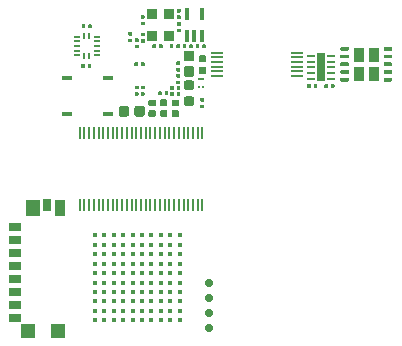
<source format=gbr>
G04 #@! TF.GenerationSoftware,KiCad,Pcbnew,(5.1.5)-3*
G04 #@! TF.CreationDate,2020-09-24T19:31:20+09:00*
G04 #@! TF.ProjectId,WF_Board,57465f42-6f61-4726-942e-6b696361645f,rev?*
G04 #@! TF.SameCoordinates,Original*
G04 #@! TF.FileFunction,Paste,Top*
G04 #@! TF.FilePolarity,Positive*
%FSLAX46Y46*%
G04 Gerber Fmt 4.6, Leading zero omitted, Abs format (unit mm)*
G04 Created by KiCad (PCBNEW (5.1.5)-3) date 2020-09-24 19:31:20*
%MOMM*%
%LPD*%
G04 APERTURE LIST*
%ADD10R,0.900000X1.200000*%
%ADD11C,0.100000*%
%ADD12R,0.900000X1.400000*%
%ADD13R,0.700000X1.000000*%
%ADD14R,1.200000X1.450000*%
%ADD15R,1.000000X0.700000*%
%ADD16R,1.200000X1.150000*%
%ADD17R,0.200000X1.000000*%
%ADD18R,1.000000X0.200000*%
%ADD19R,0.640000X2.390000*%
%ADD20R,0.640000X0.270000*%
%ADD21R,0.220000X0.610000*%
%ADD22R,0.610000X0.220000*%
%ADD23C,0.370000*%
%ADD24R,0.810000X0.370000*%
%ADD25R,0.340000X0.990000*%
%ADD26R,0.830000X0.880000*%
%ADD27C,0.700000*%
%ADD28R,0.170000X0.280000*%
%ADD29R,0.520000X0.280000*%
G04 APERTURE END LIST*
D10*
X154994940Y-90180540D03*
X153724940Y-90180540D03*
X154994940Y-91750540D03*
X153724940Y-91750540D03*
D11*
G36*
X156472781Y-89505925D02*
G01*
X156480547Y-89507077D01*
X156488163Y-89508985D01*
X156495555Y-89511630D01*
X156502652Y-89514986D01*
X156509386Y-89519022D01*
X156515691Y-89523699D01*
X156521509Y-89528971D01*
X156526781Y-89534789D01*
X156531458Y-89541094D01*
X156535494Y-89547828D01*
X156538850Y-89554925D01*
X156541495Y-89562317D01*
X156543403Y-89569933D01*
X156544555Y-89577699D01*
X156544940Y-89585540D01*
X156544940Y-89745540D01*
X156544555Y-89753381D01*
X156543403Y-89761147D01*
X156541495Y-89768763D01*
X156538850Y-89776155D01*
X156535494Y-89783252D01*
X156531458Y-89789986D01*
X156526781Y-89796291D01*
X156521509Y-89802109D01*
X156515691Y-89807381D01*
X156509386Y-89812058D01*
X156502652Y-89816094D01*
X156495555Y-89819450D01*
X156488163Y-89822095D01*
X156480547Y-89824003D01*
X156472781Y-89825155D01*
X156464940Y-89825540D01*
X155924940Y-89825540D01*
X155917099Y-89825155D01*
X155909333Y-89824003D01*
X155901717Y-89822095D01*
X155894325Y-89819450D01*
X155887228Y-89816094D01*
X155880494Y-89812058D01*
X155874189Y-89807381D01*
X155868371Y-89802109D01*
X155863099Y-89796291D01*
X155858422Y-89789986D01*
X155854386Y-89783252D01*
X155851030Y-89776155D01*
X155848385Y-89768763D01*
X155846477Y-89761147D01*
X155845325Y-89753381D01*
X155844940Y-89745540D01*
X155844940Y-89585540D01*
X155845325Y-89577699D01*
X155846477Y-89569933D01*
X155848385Y-89562317D01*
X155851030Y-89554925D01*
X155854386Y-89547828D01*
X155858422Y-89541094D01*
X155863099Y-89534789D01*
X155868371Y-89528971D01*
X155874189Y-89523699D01*
X155880494Y-89519022D01*
X155887228Y-89514986D01*
X155894325Y-89511630D01*
X155901717Y-89508985D01*
X155909333Y-89507077D01*
X155917099Y-89505925D01*
X155924940Y-89505540D01*
X156464940Y-89505540D01*
X156472781Y-89505925D01*
G37*
G36*
X156472781Y-90155925D02*
G01*
X156480547Y-90157077D01*
X156488163Y-90158985D01*
X156495555Y-90161630D01*
X156502652Y-90164986D01*
X156509386Y-90169022D01*
X156515691Y-90173699D01*
X156521509Y-90178971D01*
X156526781Y-90184789D01*
X156531458Y-90191094D01*
X156535494Y-90197828D01*
X156538850Y-90204925D01*
X156541495Y-90212317D01*
X156543403Y-90219933D01*
X156544555Y-90227699D01*
X156544940Y-90235540D01*
X156544940Y-90395540D01*
X156544555Y-90403381D01*
X156543403Y-90411147D01*
X156541495Y-90418763D01*
X156538850Y-90426155D01*
X156535494Y-90433252D01*
X156531458Y-90439986D01*
X156526781Y-90446291D01*
X156521509Y-90452109D01*
X156515691Y-90457381D01*
X156509386Y-90462058D01*
X156502652Y-90466094D01*
X156495555Y-90469450D01*
X156488163Y-90472095D01*
X156480547Y-90474003D01*
X156472781Y-90475155D01*
X156464940Y-90475540D01*
X155924940Y-90475540D01*
X155917099Y-90475155D01*
X155909333Y-90474003D01*
X155901717Y-90472095D01*
X155894325Y-90469450D01*
X155887228Y-90466094D01*
X155880494Y-90462058D01*
X155874189Y-90457381D01*
X155868371Y-90452109D01*
X155863099Y-90446291D01*
X155858422Y-90439986D01*
X155854386Y-90433252D01*
X155851030Y-90426155D01*
X155848385Y-90418763D01*
X155846477Y-90411147D01*
X155845325Y-90403381D01*
X155844940Y-90395540D01*
X155844940Y-90235540D01*
X155845325Y-90227699D01*
X155846477Y-90219933D01*
X155848385Y-90212317D01*
X155851030Y-90204925D01*
X155854386Y-90197828D01*
X155858422Y-90191094D01*
X155863099Y-90184789D01*
X155868371Y-90178971D01*
X155874189Y-90173699D01*
X155880494Y-90169022D01*
X155887228Y-90164986D01*
X155894325Y-90161630D01*
X155901717Y-90158985D01*
X155909333Y-90157077D01*
X155917099Y-90155925D01*
X155924940Y-90155540D01*
X156464940Y-90155540D01*
X156472781Y-90155925D01*
G37*
G36*
X156472781Y-90805925D02*
G01*
X156480547Y-90807077D01*
X156488163Y-90808985D01*
X156495555Y-90811630D01*
X156502652Y-90814986D01*
X156509386Y-90819022D01*
X156515691Y-90823699D01*
X156521509Y-90828971D01*
X156526781Y-90834789D01*
X156531458Y-90841094D01*
X156535494Y-90847828D01*
X156538850Y-90854925D01*
X156541495Y-90862317D01*
X156543403Y-90869933D01*
X156544555Y-90877699D01*
X156544940Y-90885540D01*
X156544940Y-91045540D01*
X156544555Y-91053381D01*
X156543403Y-91061147D01*
X156541495Y-91068763D01*
X156538850Y-91076155D01*
X156535494Y-91083252D01*
X156531458Y-91089986D01*
X156526781Y-91096291D01*
X156521509Y-91102109D01*
X156515691Y-91107381D01*
X156509386Y-91112058D01*
X156502652Y-91116094D01*
X156495555Y-91119450D01*
X156488163Y-91122095D01*
X156480547Y-91124003D01*
X156472781Y-91125155D01*
X156464940Y-91125540D01*
X155924940Y-91125540D01*
X155917099Y-91125155D01*
X155909333Y-91124003D01*
X155901717Y-91122095D01*
X155894325Y-91119450D01*
X155887228Y-91116094D01*
X155880494Y-91112058D01*
X155874189Y-91107381D01*
X155868371Y-91102109D01*
X155863099Y-91096291D01*
X155858422Y-91089986D01*
X155854386Y-91083252D01*
X155851030Y-91076155D01*
X155848385Y-91068763D01*
X155846477Y-91061147D01*
X155845325Y-91053381D01*
X155844940Y-91045540D01*
X155844940Y-90885540D01*
X155845325Y-90877699D01*
X155846477Y-90869933D01*
X155848385Y-90862317D01*
X155851030Y-90854925D01*
X155854386Y-90847828D01*
X155858422Y-90841094D01*
X155863099Y-90834789D01*
X155868371Y-90828971D01*
X155874189Y-90823699D01*
X155880494Y-90819022D01*
X155887228Y-90814986D01*
X155894325Y-90811630D01*
X155901717Y-90808985D01*
X155909333Y-90807077D01*
X155917099Y-90805925D01*
X155924940Y-90805540D01*
X156464940Y-90805540D01*
X156472781Y-90805925D01*
G37*
G36*
X156472781Y-91455925D02*
G01*
X156480547Y-91457077D01*
X156488163Y-91458985D01*
X156495555Y-91461630D01*
X156502652Y-91464986D01*
X156509386Y-91469022D01*
X156515691Y-91473699D01*
X156521509Y-91478971D01*
X156526781Y-91484789D01*
X156531458Y-91491094D01*
X156535494Y-91497828D01*
X156538850Y-91504925D01*
X156541495Y-91512317D01*
X156543403Y-91519933D01*
X156544555Y-91527699D01*
X156544940Y-91535540D01*
X156544940Y-91695540D01*
X156544555Y-91703381D01*
X156543403Y-91711147D01*
X156541495Y-91718763D01*
X156538850Y-91726155D01*
X156535494Y-91733252D01*
X156531458Y-91739986D01*
X156526781Y-91746291D01*
X156521509Y-91752109D01*
X156515691Y-91757381D01*
X156509386Y-91762058D01*
X156502652Y-91766094D01*
X156495555Y-91769450D01*
X156488163Y-91772095D01*
X156480547Y-91774003D01*
X156472781Y-91775155D01*
X156464940Y-91775540D01*
X155924940Y-91775540D01*
X155917099Y-91775155D01*
X155909333Y-91774003D01*
X155901717Y-91772095D01*
X155894325Y-91769450D01*
X155887228Y-91766094D01*
X155880494Y-91762058D01*
X155874189Y-91757381D01*
X155868371Y-91752109D01*
X155863099Y-91746291D01*
X155858422Y-91739986D01*
X155854386Y-91733252D01*
X155851030Y-91726155D01*
X155848385Y-91718763D01*
X155846477Y-91711147D01*
X155845325Y-91703381D01*
X155844940Y-91695540D01*
X155844940Y-91535540D01*
X155845325Y-91527699D01*
X155846477Y-91519933D01*
X155848385Y-91512317D01*
X155851030Y-91504925D01*
X155854386Y-91497828D01*
X155858422Y-91491094D01*
X155863099Y-91484789D01*
X155868371Y-91478971D01*
X155874189Y-91473699D01*
X155880494Y-91469022D01*
X155887228Y-91464986D01*
X155894325Y-91461630D01*
X155901717Y-91458985D01*
X155909333Y-91457077D01*
X155917099Y-91455925D01*
X155924940Y-91455540D01*
X156464940Y-91455540D01*
X156472781Y-91455925D01*
G37*
G36*
X156472781Y-92105925D02*
G01*
X156480547Y-92107077D01*
X156488163Y-92108985D01*
X156495555Y-92111630D01*
X156502652Y-92114986D01*
X156509386Y-92119022D01*
X156515691Y-92123699D01*
X156521509Y-92128971D01*
X156526781Y-92134789D01*
X156531458Y-92141094D01*
X156535494Y-92147828D01*
X156538850Y-92154925D01*
X156541495Y-92162317D01*
X156543403Y-92169933D01*
X156544555Y-92177699D01*
X156544940Y-92185540D01*
X156544940Y-92345540D01*
X156544555Y-92353381D01*
X156543403Y-92361147D01*
X156541495Y-92368763D01*
X156538850Y-92376155D01*
X156535494Y-92383252D01*
X156531458Y-92389986D01*
X156526781Y-92396291D01*
X156521509Y-92402109D01*
X156515691Y-92407381D01*
X156509386Y-92412058D01*
X156502652Y-92416094D01*
X156495555Y-92419450D01*
X156488163Y-92422095D01*
X156480547Y-92424003D01*
X156472781Y-92425155D01*
X156464940Y-92425540D01*
X155924940Y-92425540D01*
X155917099Y-92425155D01*
X155909333Y-92424003D01*
X155901717Y-92422095D01*
X155894325Y-92419450D01*
X155887228Y-92416094D01*
X155880494Y-92412058D01*
X155874189Y-92407381D01*
X155868371Y-92402109D01*
X155863099Y-92396291D01*
X155858422Y-92389986D01*
X155854386Y-92383252D01*
X155851030Y-92376155D01*
X155848385Y-92368763D01*
X155846477Y-92361147D01*
X155845325Y-92353381D01*
X155844940Y-92345540D01*
X155844940Y-92185540D01*
X155845325Y-92177699D01*
X155846477Y-92169933D01*
X155848385Y-92162317D01*
X155851030Y-92154925D01*
X155854386Y-92147828D01*
X155858422Y-92141094D01*
X155863099Y-92134789D01*
X155868371Y-92128971D01*
X155874189Y-92123699D01*
X155880494Y-92119022D01*
X155887228Y-92114986D01*
X155894325Y-92111630D01*
X155901717Y-92108985D01*
X155909333Y-92107077D01*
X155917099Y-92105925D01*
X155924940Y-92105540D01*
X156464940Y-92105540D01*
X156472781Y-92105925D01*
G37*
G36*
X152802781Y-92105925D02*
G01*
X152810547Y-92107077D01*
X152818163Y-92108985D01*
X152825555Y-92111630D01*
X152832652Y-92114986D01*
X152839386Y-92119022D01*
X152845691Y-92123699D01*
X152851509Y-92128971D01*
X152856781Y-92134789D01*
X152861458Y-92141094D01*
X152865494Y-92147828D01*
X152868850Y-92154925D01*
X152871495Y-92162317D01*
X152873403Y-92169933D01*
X152874555Y-92177699D01*
X152874940Y-92185540D01*
X152874940Y-92345540D01*
X152874555Y-92353381D01*
X152873403Y-92361147D01*
X152871495Y-92368763D01*
X152868850Y-92376155D01*
X152865494Y-92383252D01*
X152861458Y-92389986D01*
X152856781Y-92396291D01*
X152851509Y-92402109D01*
X152845691Y-92407381D01*
X152839386Y-92412058D01*
X152832652Y-92416094D01*
X152825555Y-92419450D01*
X152818163Y-92422095D01*
X152810547Y-92424003D01*
X152802781Y-92425155D01*
X152794940Y-92425540D01*
X152254940Y-92425540D01*
X152247099Y-92425155D01*
X152239333Y-92424003D01*
X152231717Y-92422095D01*
X152224325Y-92419450D01*
X152217228Y-92416094D01*
X152210494Y-92412058D01*
X152204189Y-92407381D01*
X152198371Y-92402109D01*
X152193099Y-92396291D01*
X152188422Y-92389986D01*
X152184386Y-92383252D01*
X152181030Y-92376155D01*
X152178385Y-92368763D01*
X152176477Y-92361147D01*
X152175325Y-92353381D01*
X152174940Y-92345540D01*
X152174940Y-92185540D01*
X152175325Y-92177699D01*
X152176477Y-92169933D01*
X152178385Y-92162317D01*
X152181030Y-92154925D01*
X152184386Y-92147828D01*
X152188422Y-92141094D01*
X152193099Y-92134789D01*
X152198371Y-92128971D01*
X152204189Y-92123699D01*
X152210494Y-92119022D01*
X152217228Y-92114986D01*
X152224325Y-92111630D01*
X152231717Y-92108985D01*
X152239333Y-92107077D01*
X152247099Y-92105925D01*
X152254940Y-92105540D01*
X152794940Y-92105540D01*
X152802781Y-92105925D01*
G37*
G36*
X152802781Y-91455925D02*
G01*
X152810547Y-91457077D01*
X152818163Y-91458985D01*
X152825555Y-91461630D01*
X152832652Y-91464986D01*
X152839386Y-91469022D01*
X152845691Y-91473699D01*
X152851509Y-91478971D01*
X152856781Y-91484789D01*
X152861458Y-91491094D01*
X152865494Y-91497828D01*
X152868850Y-91504925D01*
X152871495Y-91512317D01*
X152873403Y-91519933D01*
X152874555Y-91527699D01*
X152874940Y-91535540D01*
X152874940Y-91695540D01*
X152874555Y-91703381D01*
X152873403Y-91711147D01*
X152871495Y-91718763D01*
X152868850Y-91726155D01*
X152865494Y-91733252D01*
X152861458Y-91739986D01*
X152856781Y-91746291D01*
X152851509Y-91752109D01*
X152845691Y-91757381D01*
X152839386Y-91762058D01*
X152832652Y-91766094D01*
X152825555Y-91769450D01*
X152818163Y-91772095D01*
X152810547Y-91774003D01*
X152802781Y-91775155D01*
X152794940Y-91775540D01*
X152254940Y-91775540D01*
X152247099Y-91775155D01*
X152239333Y-91774003D01*
X152231717Y-91772095D01*
X152224325Y-91769450D01*
X152217228Y-91766094D01*
X152210494Y-91762058D01*
X152204189Y-91757381D01*
X152198371Y-91752109D01*
X152193099Y-91746291D01*
X152188422Y-91739986D01*
X152184386Y-91733252D01*
X152181030Y-91726155D01*
X152178385Y-91718763D01*
X152176477Y-91711147D01*
X152175325Y-91703381D01*
X152174940Y-91695540D01*
X152174940Y-91535540D01*
X152175325Y-91527699D01*
X152176477Y-91519933D01*
X152178385Y-91512317D01*
X152181030Y-91504925D01*
X152184386Y-91497828D01*
X152188422Y-91491094D01*
X152193099Y-91484789D01*
X152198371Y-91478971D01*
X152204189Y-91473699D01*
X152210494Y-91469022D01*
X152217228Y-91464986D01*
X152224325Y-91461630D01*
X152231717Y-91458985D01*
X152239333Y-91457077D01*
X152247099Y-91455925D01*
X152254940Y-91455540D01*
X152794940Y-91455540D01*
X152802781Y-91455925D01*
G37*
G36*
X152802781Y-90805925D02*
G01*
X152810547Y-90807077D01*
X152818163Y-90808985D01*
X152825555Y-90811630D01*
X152832652Y-90814986D01*
X152839386Y-90819022D01*
X152845691Y-90823699D01*
X152851509Y-90828971D01*
X152856781Y-90834789D01*
X152861458Y-90841094D01*
X152865494Y-90847828D01*
X152868850Y-90854925D01*
X152871495Y-90862317D01*
X152873403Y-90869933D01*
X152874555Y-90877699D01*
X152874940Y-90885540D01*
X152874940Y-91045540D01*
X152874555Y-91053381D01*
X152873403Y-91061147D01*
X152871495Y-91068763D01*
X152868850Y-91076155D01*
X152865494Y-91083252D01*
X152861458Y-91089986D01*
X152856781Y-91096291D01*
X152851509Y-91102109D01*
X152845691Y-91107381D01*
X152839386Y-91112058D01*
X152832652Y-91116094D01*
X152825555Y-91119450D01*
X152818163Y-91122095D01*
X152810547Y-91124003D01*
X152802781Y-91125155D01*
X152794940Y-91125540D01*
X152254940Y-91125540D01*
X152247099Y-91125155D01*
X152239333Y-91124003D01*
X152231717Y-91122095D01*
X152224325Y-91119450D01*
X152217228Y-91116094D01*
X152210494Y-91112058D01*
X152204189Y-91107381D01*
X152198371Y-91102109D01*
X152193099Y-91096291D01*
X152188422Y-91089986D01*
X152184386Y-91083252D01*
X152181030Y-91076155D01*
X152178385Y-91068763D01*
X152176477Y-91061147D01*
X152175325Y-91053381D01*
X152174940Y-91045540D01*
X152174940Y-90885540D01*
X152175325Y-90877699D01*
X152176477Y-90869933D01*
X152178385Y-90862317D01*
X152181030Y-90854925D01*
X152184386Y-90847828D01*
X152188422Y-90841094D01*
X152193099Y-90834789D01*
X152198371Y-90828971D01*
X152204189Y-90823699D01*
X152210494Y-90819022D01*
X152217228Y-90814986D01*
X152224325Y-90811630D01*
X152231717Y-90808985D01*
X152239333Y-90807077D01*
X152247099Y-90805925D01*
X152254940Y-90805540D01*
X152794940Y-90805540D01*
X152802781Y-90805925D01*
G37*
G36*
X152802781Y-90155925D02*
G01*
X152810547Y-90157077D01*
X152818163Y-90158985D01*
X152825555Y-90161630D01*
X152832652Y-90164986D01*
X152839386Y-90169022D01*
X152845691Y-90173699D01*
X152851509Y-90178971D01*
X152856781Y-90184789D01*
X152861458Y-90191094D01*
X152865494Y-90197828D01*
X152868850Y-90204925D01*
X152871495Y-90212317D01*
X152873403Y-90219933D01*
X152874555Y-90227699D01*
X152874940Y-90235540D01*
X152874940Y-90395540D01*
X152874555Y-90403381D01*
X152873403Y-90411147D01*
X152871495Y-90418763D01*
X152868850Y-90426155D01*
X152865494Y-90433252D01*
X152861458Y-90439986D01*
X152856781Y-90446291D01*
X152851509Y-90452109D01*
X152845691Y-90457381D01*
X152839386Y-90462058D01*
X152832652Y-90466094D01*
X152825555Y-90469450D01*
X152818163Y-90472095D01*
X152810547Y-90474003D01*
X152802781Y-90475155D01*
X152794940Y-90475540D01*
X152254940Y-90475540D01*
X152247099Y-90475155D01*
X152239333Y-90474003D01*
X152231717Y-90472095D01*
X152224325Y-90469450D01*
X152217228Y-90466094D01*
X152210494Y-90462058D01*
X152204189Y-90457381D01*
X152198371Y-90452109D01*
X152193099Y-90446291D01*
X152188422Y-90439986D01*
X152184386Y-90433252D01*
X152181030Y-90426155D01*
X152178385Y-90418763D01*
X152176477Y-90411147D01*
X152175325Y-90403381D01*
X152174940Y-90395540D01*
X152174940Y-90235540D01*
X152175325Y-90227699D01*
X152176477Y-90219933D01*
X152178385Y-90212317D01*
X152181030Y-90204925D01*
X152184386Y-90197828D01*
X152188422Y-90191094D01*
X152193099Y-90184789D01*
X152198371Y-90178971D01*
X152204189Y-90173699D01*
X152210494Y-90169022D01*
X152217228Y-90164986D01*
X152224325Y-90161630D01*
X152231717Y-90158985D01*
X152239333Y-90157077D01*
X152247099Y-90155925D01*
X152254940Y-90155540D01*
X152794940Y-90155540D01*
X152802781Y-90155925D01*
G37*
G36*
X152802781Y-89505925D02*
G01*
X152810547Y-89507077D01*
X152818163Y-89508985D01*
X152825555Y-89511630D01*
X152832652Y-89514986D01*
X152839386Y-89519022D01*
X152845691Y-89523699D01*
X152851509Y-89528971D01*
X152856781Y-89534789D01*
X152861458Y-89541094D01*
X152865494Y-89547828D01*
X152868850Y-89554925D01*
X152871495Y-89562317D01*
X152873403Y-89569933D01*
X152874555Y-89577699D01*
X152874940Y-89585540D01*
X152874940Y-89745540D01*
X152874555Y-89753381D01*
X152873403Y-89761147D01*
X152871495Y-89768763D01*
X152868850Y-89776155D01*
X152865494Y-89783252D01*
X152861458Y-89789986D01*
X152856781Y-89796291D01*
X152851509Y-89802109D01*
X152845691Y-89807381D01*
X152839386Y-89812058D01*
X152832652Y-89816094D01*
X152825555Y-89819450D01*
X152818163Y-89822095D01*
X152810547Y-89824003D01*
X152802781Y-89825155D01*
X152794940Y-89825540D01*
X152254940Y-89825540D01*
X152247099Y-89825155D01*
X152239333Y-89824003D01*
X152231717Y-89822095D01*
X152224325Y-89819450D01*
X152217228Y-89816094D01*
X152210494Y-89812058D01*
X152204189Y-89807381D01*
X152198371Y-89802109D01*
X152193099Y-89796291D01*
X152188422Y-89789986D01*
X152184386Y-89783252D01*
X152181030Y-89776155D01*
X152178385Y-89768763D01*
X152176477Y-89761147D01*
X152175325Y-89753381D01*
X152174940Y-89745540D01*
X152174940Y-89585540D01*
X152175325Y-89577699D01*
X152176477Y-89569933D01*
X152178385Y-89562317D01*
X152181030Y-89554925D01*
X152184386Y-89547828D01*
X152188422Y-89541094D01*
X152193099Y-89534789D01*
X152198371Y-89528971D01*
X152204189Y-89523699D01*
X152210494Y-89519022D01*
X152217228Y-89514986D01*
X152224325Y-89511630D01*
X152231717Y-89508985D01*
X152239333Y-89507077D01*
X152247099Y-89505925D01*
X152254940Y-89505540D01*
X152794940Y-89505540D01*
X152802781Y-89505925D01*
G37*
G36*
X138548016Y-92811153D02*
G01*
X138555539Y-92812269D01*
X138562917Y-92814117D01*
X138570078Y-92816679D01*
X138576953Y-92819931D01*
X138583477Y-92823841D01*
X138589585Y-92828372D01*
X138595221Y-92833479D01*
X138600328Y-92839115D01*
X138604859Y-92845223D01*
X138608769Y-92851747D01*
X138612021Y-92858622D01*
X138614583Y-92865783D01*
X138616431Y-92873161D01*
X138617547Y-92880684D01*
X138617920Y-92888280D01*
X138617920Y-93073280D01*
X138617547Y-93080876D01*
X138616431Y-93088399D01*
X138614583Y-93095777D01*
X138612021Y-93102938D01*
X138608769Y-93109813D01*
X138604859Y-93116337D01*
X138600328Y-93122445D01*
X138595221Y-93128081D01*
X138589585Y-93133188D01*
X138583477Y-93137719D01*
X138576953Y-93141629D01*
X138570078Y-93144881D01*
X138562917Y-93147443D01*
X138555539Y-93149291D01*
X138548016Y-93150407D01*
X138540420Y-93150780D01*
X138385420Y-93150780D01*
X138377824Y-93150407D01*
X138370301Y-93149291D01*
X138362923Y-93147443D01*
X138355762Y-93144881D01*
X138348887Y-93141629D01*
X138342363Y-93137719D01*
X138336255Y-93133188D01*
X138330619Y-93128081D01*
X138325512Y-93122445D01*
X138320981Y-93116337D01*
X138317071Y-93109813D01*
X138313819Y-93102938D01*
X138311257Y-93095777D01*
X138309409Y-93088399D01*
X138308293Y-93080876D01*
X138307920Y-93073280D01*
X138307920Y-92888280D01*
X138308293Y-92880684D01*
X138309409Y-92873161D01*
X138311257Y-92865783D01*
X138313819Y-92858622D01*
X138317071Y-92851747D01*
X138320981Y-92845223D01*
X138325512Y-92839115D01*
X138330619Y-92833479D01*
X138336255Y-92828372D01*
X138342363Y-92823841D01*
X138348887Y-92819931D01*
X138355762Y-92816679D01*
X138362923Y-92814117D01*
X138370301Y-92812269D01*
X138377824Y-92811153D01*
X138385420Y-92810780D01*
X138540420Y-92810780D01*
X138548016Y-92811153D01*
G37*
G36*
X137998016Y-92811153D02*
G01*
X138005539Y-92812269D01*
X138012917Y-92814117D01*
X138020078Y-92816679D01*
X138026953Y-92819931D01*
X138033477Y-92823841D01*
X138039585Y-92828372D01*
X138045221Y-92833479D01*
X138050328Y-92839115D01*
X138054859Y-92845223D01*
X138058769Y-92851747D01*
X138062021Y-92858622D01*
X138064583Y-92865783D01*
X138066431Y-92873161D01*
X138067547Y-92880684D01*
X138067920Y-92888280D01*
X138067920Y-93073280D01*
X138067547Y-93080876D01*
X138066431Y-93088399D01*
X138064583Y-93095777D01*
X138062021Y-93102938D01*
X138058769Y-93109813D01*
X138054859Y-93116337D01*
X138050328Y-93122445D01*
X138045221Y-93128081D01*
X138039585Y-93133188D01*
X138033477Y-93137719D01*
X138026953Y-93141629D01*
X138020078Y-93144881D01*
X138012917Y-93147443D01*
X138005539Y-93149291D01*
X137998016Y-93150407D01*
X137990420Y-93150780D01*
X137835420Y-93150780D01*
X137827824Y-93150407D01*
X137820301Y-93149291D01*
X137812923Y-93147443D01*
X137805762Y-93144881D01*
X137798887Y-93141629D01*
X137792363Y-93137719D01*
X137786255Y-93133188D01*
X137780619Y-93128081D01*
X137775512Y-93122445D01*
X137770981Y-93116337D01*
X137767071Y-93109813D01*
X137763819Y-93102938D01*
X137761257Y-93095777D01*
X137759409Y-93088399D01*
X137758293Y-93080876D01*
X137757920Y-93073280D01*
X137757920Y-92888280D01*
X137758293Y-92880684D01*
X137759409Y-92873161D01*
X137761257Y-92865783D01*
X137763819Y-92858622D01*
X137767071Y-92851747D01*
X137770981Y-92845223D01*
X137775512Y-92839115D01*
X137780619Y-92833479D01*
X137786255Y-92828372D01*
X137792363Y-92823841D01*
X137798887Y-92819931D01*
X137805762Y-92816679D01*
X137812923Y-92814117D01*
X137820301Y-92812269D01*
X137827824Y-92811153D01*
X137835420Y-92810780D01*
X137990420Y-92810780D01*
X137998016Y-92811153D01*
G37*
G36*
X138390692Y-93957398D02*
G01*
X138404768Y-93959486D01*
X138418571Y-93962944D01*
X138431969Y-93967737D01*
X138444833Y-93973821D01*
X138457038Y-93981137D01*
X138468467Y-93989613D01*
X138479010Y-93999170D01*
X138488567Y-94009713D01*
X138497043Y-94021142D01*
X138504359Y-94033347D01*
X138510443Y-94046211D01*
X138515236Y-94059609D01*
X138518694Y-94073412D01*
X138520782Y-94087488D01*
X138521480Y-94101700D01*
X138521480Y-94391700D01*
X138520782Y-94405912D01*
X138518694Y-94419988D01*
X138515236Y-94433791D01*
X138510443Y-94447189D01*
X138504359Y-94460053D01*
X138497043Y-94472258D01*
X138488567Y-94483687D01*
X138479010Y-94494230D01*
X138468467Y-94503787D01*
X138457038Y-94512263D01*
X138444833Y-94519579D01*
X138431969Y-94525663D01*
X138418571Y-94530456D01*
X138404768Y-94533914D01*
X138390692Y-94536002D01*
X138376480Y-94536700D01*
X138036480Y-94536700D01*
X138022268Y-94536002D01*
X138008192Y-94533914D01*
X137994389Y-94530456D01*
X137980991Y-94525663D01*
X137968127Y-94519579D01*
X137955922Y-94512263D01*
X137944493Y-94503787D01*
X137933950Y-94494230D01*
X137924393Y-94483687D01*
X137915917Y-94472258D01*
X137908601Y-94460053D01*
X137902517Y-94447189D01*
X137897724Y-94433791D01*
X137894266Y-94419988D01*
X137892178Y-94405912D01*
X137891480Y-94391700D01*
X137891480Y-94101700D01*
X137892178Y-94087488D01*
X137894266Y-94073412D01*
X137897724Y-94059609D01*
X137902517Y-94046211D01*
X137908601Y-94033347D01*
X137915917Y-94021142D01*
X137924393Y-94009713D01*
X137933950Y-93999170D01*
X137944493Y-93989613D01*
X137955922Y-93981137D01*
X137968127Y-93973821D01*
X137980991Y-93967737D01*
X137994389Y-93962944D01*
X138008192Y-93959486D01*
X138022268Y-93957398D01*
X138036480Y-93956700D01*
X138376480Y-93956700D01*
X138390692Y-93957398D01*
G37*
G36*
X138390692Y-94847398D02*
G01*
X138404768Y-94849486D01*
X138418571Y-94852944D01*
X138431969Y-94857737D01*
X138444833Y-94863821D01*
X138457038Y-94871137D01*
X138468467Y-94879613D01*
X138479010Y-94889170D01*
X138488567Y-94899713D01*
X138497043Y-94911142D01*
X138504359Y-94923347D01*
X138510443Y-94936211D01*
X138515236Y-94949609D01*
X138518694Y-94963412D01*
X138520782Y-94977488D01*
X138521480Y-94991700D01*
X138521480Y-95281700D01*
X138520782Y-95295912D01*
X138518694Y-95309988D01*
X138515236Y-95323791D01*
X138510443Y-95337189D01*
X138504359Y-95350053D01*
X138497043Y-95362258D01*
X138488567Y-95373687D01*
X138479010Y-95384230D01*
X138468467Y-95393787D01*
X138457038Y-95402263D01*
X138444833Y-95409579D01*
X138431969Y-95415663D01*
X138418571Y-95420456D01*
X138404768Y-95423914D01*
X138390692Y-95426002D01*
X138376480Y-95426700D01*
X138036480Y-95426700D01*
X138022268Y-95426002D01*
X138008192Y-95423914D01*
X137994389Y-95420456D01*
X137980991Y-95415663D01*
X137968127Y-95409579D01*
X137955922Y-95402263D01*
X137944493Y-95393787D01*
X137933950Y-95384230D01*
X137924393Y-95373687D01*
X137915917Y-95362258D01*
X137908601Y-95350053D01*
X137902517Y-95337189D01*
X137897724Y-95323791D01*
X137894266Y-95309988D01*
X137892178Y-95295912D01*
X137891480Y-95281700D01*
X137891480Y-94991700D01*
X137892178Y-94977488D01*
X137894266Y-94963412D01*
X137897724Y-94949609D01*
X137902517Y-94936211D01*
X137908601Y-94923347D01*
X137915917Y-94911142D01*
X137924393Y-94899713D01*
X137933950Y-94889170D01*
X137944493Y-94879613D01*
X137955922Y-94871137D01*
X137968127Y-94863821D01*
X137980991Y-94857737D01*
X137994389Y-94852944D01*
X138008192Y-94849486D01*
X138022268Y-94847398D01*
X138036480Y-94846700D01*
X138376480Y-94846700D01*
X138390692Y-94847398D01*
G37*
G36*
X135525416Y-90779153D02*
G01*
X135532939Y-90780269D01*
X135540317Y-90782117D01*
X135547478Y-90784679D01*
X135554353Y-90787931D01*
X135560877Y-90791841D01*
X135566985Y-90796372D01*
X135572621Y-90801479D01*
X135577728Y-90807115D01*
X135582259Y-90813223D01*
X135586169Y-90819747D01*
X135589421Y-90826622D01*
X135591983Y-90833783D01*
X135593831Y-90841161D01*
X135594947Y-90848684D01*
X135595320Y-90856280D01*
X135595320Y-91041280D01*
X135594947Y-91048876D01*
X135593831Y-91056399D01*
X135591983Y-91063777D01*
X135589421Y-91070938D01*
X135586169Y-91077813D01*
X135582259Y-91084337D01*
X135577728Y-91090445D01*
X135572621Y-91096081D01*
X135566985Y-91101188D01*
X135560877Y-91105719D01*
X135554353Y-91109629D01*
X135547478Y-91112881D01*
X135540317Y-91115443D01*
X135532939Y-91117291D01*
X135525416Y-91118407D01*
X135517820Y-91118780D01*
X135362820Y-91118780D01*
X135355224Y-91118407D01*
X135347701Y-91117291D01*
X135340323Y-91115443D01*
X135333162Y-91112881D01*
X135326287Y-91109629D01*
X135319763Y-91105719D01*
X135313655Y-91101188D01*
X135308019Y-91096081D01*
X135302912Y-91090445D01*
X135298381Y-91084337D01*
X135294471Y-91077813D01*
X135291219Y-91070938D01*
X135288657Y-91063777D01*
X135286809Y-91056399D01*
X135285693Y-91048876D01*
X135285320Y-91041280D01*
X135285320Y-90856280D01*
X135285693Y-90848684D01*
X135286809Y-90841161D01*
X135288657Y-90833783D01*
X135291219Y-90826622D01*
X135294471Y-90819747D01*
X135298381Y-90813223D01*
X135302912Y-90807115D01*
X135308019Y-90801479D01*
X135313655Y-90796372D01*
X135319763Y-90791841D01*
X135326287Y-90787931D01*
X135333162Y-90784679D01*
X135340323Y-90782117D01*
X135347701Y-90780269D01*
X135355224Y-90779153D01*
X135362820Y-90778780D01*
X135517820Y-90778780D01*
X135525416Y-90779153D01*
G37*
G36*
X134975416Y-90779153D02*
G01*
X134982939Y-90780269D01*
X134990317Y-90782117D01*
X134997478Y-90784679D01*
X135004353Y-90787931D01*
X135010877Y-90791841D01*
X135016985Y-90796372D01*
X135022621Y-90801479D01*
X135027728Y-90807115D01*
X135032259Y-90813223D01*
X135036169Y-90819747D01*
X135039421Y-90826622D01*
X135041983Y-90833783D01*
X135043831Y-90841161D01*
X135044947Y-90848684D01*
X135045320Y-90856280D01*
X135045320Y-91041280D01*
X135044947Y-91048876D01*
X135043831Y-91056399D01*
X135041983Y-91063777D01*
X135039421Y-91070938D01*
X135036169Y-91077813D01*
X135032259Y-91084337D01*
X135027728Y-91090445D01*
X135022621Y-91096081D01*
X135016985Y-91101188D01*
X135010877Y-91105719D01*
X135004353Y-91109629D01*
X134997478Y-91112881D01*
X134990317Y-91115443D01*
X134982939Y-91117291D01*
X134975416Y-91118407D01*
X134967820Y-91118780D01*
X134812820Y-91118780D01*
X134805224Y-91118407D01*
X134797701Y-91117291D01*
X134790323Y-91115443D01*
X134783162Y-91112881D01*
X134776287Y-91109629D01*
X134769763Y-91105719D01*
X134763655Y-91101188D01*
X134758019Y-91096081D01*
X134752912Y-91090445D01*
X134748381Y-91084337D01*
X134744471Y-91077813D01*
X134741219Y-91070938D01*
X134738657Y-91063777D01*
X134736809Y-91056399D01*
X134735693Y-91048876D01*
X134735320Y-91041280D01*
X134735320Y-90856280D01*
X134735693Y-90848684D01*
X134736809Y-90841161D01*
X134738657Y-90833783D01*
X134741219Y-90826622D01*
X134744471Y-90819747D01*
X134748381Y-90813223D01*
X134752912Y-90807115D01*
X134758019Y-90801479D01*
X134763655Y-90796372D01*
X134769763Y-90791841D01*
X134776287Y-90787931D01*
X134783162Y-90784679D01*
X134790323Y-90782117D01*
X134797701Y-90780269D01*
X134805224Y-90779153D01*
X134812820Y-90778780D01*
X134967820Y-90778780D01*
X134975416Y-90779153D01*
G37*
G36*
X136424732Y-94842318D02*
G01*
X136438808Y-94844406D01*
X136452611Y-94847864D01*
X136466009Y-94852657D01*
X136478873Y-94858741D01*
X136491078Y-94866057D01*
X136502507Y-94874533D01*
X136513050Y-94884090D01*
X136522607Y-94894633D01*
X136531083Y-94906062D01*
X136538399Y-94918267D01*
X136544483Y-94931131D01*
X136549276Y-94944529D01*
X136552734Y-94958332D01*
X136554822Y-94972408D01*
X136555520Y-94986620D01*
X136555520Y-95276620D01*
X136554822Y-95290832D01*
X136552734Y-95304908D01*
X136549276Y-95318711D01*
X136544483Y-95332109D01*
X136538399Y-95344973D01*
X136531083Y-95357178D01*
X136522607Y-95368607D01*
X136513050Y-95379150D01*
X136502507Y-95388707D01*
X136491078Y-95397183D01*
X136478873Y-95404499D01*
X136466009Y-95410583D01*
X136452611Y-95415376D01*
X136438808Y-95418834D01*
X136424732Y-95420922D01*
X136410520Y-95421620D01*
X136070520Y-95421620D01*
X136056308Y-95420922D01*
X136042232Y-95418834D01*
X136028429Y-95415376D01*
X136015031Y-95410583D01*
X136002167Y-95404499D01*
X135989962Y-95397183D01*
X135978533Y-95388707D01*
X135967990Y-95379150D01*
X135958433Y-95368607D01*
X135949957Y-95357178D01*
X135942641Y-95344973D01*
X135936557Y-95332109D01*
X135931764Y-95318711D01*
X135928306Y-95304908D01*
X135926218Y-95290832D01*
X135925520Y-95276620D01*
X135925520Y-94986620D01*
X135926218Y-94972408D01*
X135928306Y-94958332D01*
X135931764Y-94944529D01*
X135936557Y-94931131D01*
X135942641Y-94918267D01*
X135949957Y-94906062D01*
X135958433Y-94894633D01*
X135967990Y-94884090D01*
X135978533Y-94874533D01*
X135989962Y-94866057D01*
X136002167Y-94858741D01*
X136015031Y-94852657D01*
X136028429Y-94847864D01*
X136042232Y-94844406D01*
X136056308Y-94842318D01*
X136070520Y-94841620D01*
X136410520Y-94841620D01*
X136424732Y-94842318D01*
G37*
G36*
X136424732Y-93952318D02*
G01*
X136438808Y-93954406D01*
X136452611Y-93957864D01*
X136466009Y-93962657D01*
X136478873Y-93968741D01*
X136491078Y-93976057D01*
X136502507Y-93984533D01*
X136513050Y-93994090D01*
X136522607Y-94004633D01*
X136531083Y-94016062D01*
X136538399Y-94028267D01*
X136544483Y-94041131D01*
X136549276Y-94054529D01*
X136552734Y-94068332D01*
X136554822Y-94082408D01*
X136555520Y-94096620D01*
X136555520Y-94386620D01*
X136554822Y-94400832D01*
X136552734Y-94414908D01*
X136549276Y-94428711D01*
X136544483Y-94442109D01*
X136538399Y-94454973D01*
X136531083Y-94467178D01*
X136522607Y-94478607D01*
X136513050Y-94489150D01*
X136502507Y-94498707D01*
X136491078Y-94507183D01*
X136478873Y-94514499D01*
X136466009Y-94520583D01*
X136452611Y-94525376D01*
X136438808Y-94528834D01*
X136424732Y-94530922D01*
X136410520Y-94531620D01*
X136070520Y-94531620D01*
X136056308Y-94530922D01*
X136042232Y-94528834D01*
X136028429Y-94525376D01*
X136015031Y-94520583D01*
X136002167Y-94514499D01*
X135989962Y-94507183D01*
X135978533Y-94498707D01*
X135967990Y-94489150D01*
X135958433Y-94478607D01*
X135949957Y-94467178D01*
X135942641Y-94454973D01*
X135936557Y-94442109D01*
X135931764Y-94428711D01*
X135928306Y-94414908D01*
X135926218Y-94400832D01*
X135925520Y-94386620D01*
X135925520Y-94096620D01*
X135926218Y-94082408D01*
X135928306Y-94068332D01*
X135931764Y-94054529D01*
X135936557Y-94041131D01*
X135942641Y-94028267D01*
X135949957Y-94016062D01*
X135958433Y-94004633D01*
X135967990Y-93994090D01*
X135978533Y-93984533D01*
X135989962Y-93976057D01*
X136002167Y-93968741D01*
X136015031Y-93962657D01*
X136028429Y-93957864D01*
X136042232Y-93954406D01*
X136056308Y-93952318D01*
X136070520Y-93951620D01*
X136410520Y-93951620D01*
X136424732Y-93952318D01*
G37*
G36*
X135036816Y-88766553D02*
G01*
X135044339Y-88767669D01*
X135051717Y-88769517D01*
X135058878Y-88772079D01*
X135065753Y-88775331D01*
X135072277Y-88779241D01*
X135078385Y-88783772D01*
X135084021Y-88788879D01*
X135089128Y-88794515D01*
X135093659Y-88800623D01*
X135097569Y-88807147D01*
X135100821Y-88814022D01*
X135103383Y-88821183D01*
X135105231Y-88828561D01*
X135106347Y-88836084D01*
X135106720Y-88843680D01*
X135106720Y-88998680D01*
X135106347Y-89006276D01*
X135105231Y-89013799D01*
X135103383Y-89021177D01*
X135100821Y-89028338D01*
X135097569Y-89035213D01*
X135093659Y-89041737D01*
X135089128Y-89047845D01*
X135084021Y-89053481D01*
X135078385Y-89058588D01*
X135072277Y-89063119D01*
X135065753Y-89067029D01*
X135058878Y-89070281D01*
X135051717Y-89072843D01*
X135044339Y-89074691D01*
X135036816Y-89075807D01*
X135029220Y-89076180D01*
X134844220Y-89076180D01*
X134836624Y-89075807D01*
X134829101Y-89074691D01*
X134821723Y-89072843D01*
X134814562Y-89070281D01*
X134807687Y-89067029D01*
X134801163Y-89063119D01*
X134795055Y-89058588D01*
X134789419Y-89053481D01*
X134784312Y-89047845D01*
X134779781Y-89041737D01*
X134775871Y-89035213D01*
X134772619Y-89028338D01*
X134770057Y-89021177D01*
X134768209Y-89013799D01*
X134767093Y-89006276D01*
X134766720Y-88998680D01*
X134766720Y-88843680D01*
X134767093Y-88836084D01*
X134768209Y-88828561D01*
X134770057Y-88821183D01*
X134772619Y-88814022D01*
X134775871Y-88807147D01*
X134779781Y-88800623D01*
X134784312Y-88794515D01*
X134789419Y-88788879D01*
X134795055Y-88783772D01*
X134801163Y-88779241D01*
X134807687Y-88775331D01*
X134814562Y-88772079D01*
X134821723Y-88769517D01*
X134829101Y-88767669D01*
X134836624Y-88766553D01*
X134844220Y-88766180D01*
X135029220Y-88766180D01*
X135036816Y-88766553D01*
G37*
G36*
X135036816Y-89316553D02*
G01*
X135044339Y-89317669D01*
X135051717Y-89319517D01*
X135058878Y-89322079D01*
X135065753Y-89325331D01*
X135072277Y-89329241D01*
X135078385Y-89333772D01*
X135084021Y-89338879D01*
X135089128Y-89344515D01*
X135093659Y-89350623D01*
X135097569Y-89357147D01*
X135100821Y-89364022D01*
X135103383Y-89371183D01*
X135105231Y-89378561D01*
X135106347Y-89386084D01*
X135106720Y-89393680D01*
X135106720Y-89548680D01*
X135106347Y-89556276D01*
X135105231Y-89563799D01*
X135103383Y-89571177D01*
X135100821Y-89578338D01*
X135097569Y-89585213D01*
X135093659Y-89591737D01*
X135089128Y-89597845D01*
X135084021Y-89603481D01*
X135078385Y-89608588D01*
X135072277Y-89613119D01*
X135065753Y-89617029D01*
X135058878Y-89620281D01*
X135051717Y-89622843D01*
X135044339Y-89624691D01*
X135036816Y-89625807D01*
X135029220Y-89626180D01*
X134844220Y-89626180D01*
X134836624Y-89625807D01*
X134829101Y-89624691D01*
X134821723Y-89622843D01*
X134814562Y-89620281D01*
X134807687Y-89617029D01*
X134801163Y-89613119D01*
X134795055Y-89608588D01*
X134789419Y-89603481D01*
X134784312Y-89597845D01*
X134779781Y-89591737D01*
X134775871Y-89585213D01*
X134772619Y-89578338D01*
X134770057Y-89571177D01*
X134768209Y-89563799D01*
X134767093Y-89556276D01*
X134766720Y-89548680D01*
X134766720Y-89393680D01*
X134767093Y-89386084D01*
X134768209Y-89378561D01*
X134770057Y-89371183D01*
X134772619Y-89364022D01*
X134775871Y-89357147D01*
X134779781Y-89350623D01*
X134784312Y-89344515D01*
X134789419Y-89338879D01*
X134795055Y-89333772D01*
X134801163Y-89329241D01*
X134807687Y-89325331D01*
X134814562Y-89322079D01*
X134821723Y-89319517D01*
X134829101Y-89317669D01*
X134836624Y-89316553D01*
X134844220Y-89316180D01*
X135029220Y-89316180D01*
X135036816Y-89316553D01*
G37*
G36*
X138542016Y-90722353D02*
G01*
X138549539Y-90723469D01*
X138556917Y-90725317D01*
X138564078Y-90727879D01*
X138570953Y-90731131D01*
X138577477Y-90735041D01*
X138583585Y-90739572D01*
X138589221Y-90744679D01*
X138594328Y-90750315D01*
X138598859Y-90756423D01*
X138602769Y-90762947D01*
X138606021Y-90769822D01*
X138608583Y-90776983D01*
X138610431Y-90784361D01*
X138611547Y-90791884D01*
X138611920Y-90799480D01*
X138611920Y-90954480D01*
X138611547Y-90962076D01*
X138610431Y-90969599D01*
X138608583Y-90976977D01*
X138606021Y-90984138D01*
X138602769Y-90991013D01*
X138598859Y-90997537D01*
X138594328Y-91003645D01*
X138589221Y-91009281D01*
X138583585Y-91014388D01*
X138577477Y-91018919D01*
X138570953Y-91022829D01*
X138564078Y-91026081D01*
X138556917Y-91028643D01*
X138549539Y-91030491D01*
X138542016Y-91031607D01*
X138534420Y-91031980D01*
X138349420Y-91031980D01*
X138341824Y-91031607D01*
X138334301Y-91030491D01*
X138326923Y-91028643D01*
X138319762Y-91026081D01*
X138312887Y-91022829D01*
X138306363Y-91018919D01*
X138300255Y-91014388D01*
X138294619Y-91009281D01*
X138289512Y-91003645D01*
X138284981Y-90997537D01*
X138281071Y-90991013D01*
X138277819Y-90984138D01*
X138275257Y-90976977D01*
X138273409Y-90969599D01*
X138272293Y-90962076D01*
X138271920Y-90954480D01*
X138271920Y-90799480D01*
X138272293Y-90791884D01*
X138273409Y-90784361D01*
X138275257Y-90776983D01*
X138277819Y-90769822D01*
X138281071Y-90762947D01*
X138284981Y-90756423D01*
X138289512Y-90750315D01*
X138294619Y-90744679D01*
X138300255Y-90739572D01*
X138306363Y-90735041D01*
X138312887Y-90731131D01*
X138319762Y-90727879D01*
X138326923Y-90725317D01*
X138334301Y-90723469D01*
X138341824Y-90722353D01*
X138349420Y-90721980D01*
X138534420Y-90721980D01*
X138542016Y-90722353D01*
G37*
G36*
X138542016Y-91272353D02*
G01*
X138549539Y-91273469D01*
X138556917Y-91275317D01*
X138564078Y-91277879D01*
X138570953Y-91281131D01*
X138577477Y-91285041D01*
X138583585Y-91289572D01*
X138589221Y-91294679D01*
X138594328Y-91300315D01*
X138598859Y-91306423D01*
X138602769Y-91312947D01*
X138606021Y-91319822D01*
X138608583Y-91326983D01*
X138610431Y-91334361D01*
X138611547Y-91341884D01*
X138611920Y-91349480D01*
X138611920Y-91504480D01*
X138611547Y-91512076D01*
X138610431Y-91519599D01*
X138608583Y-91526977D01*
X138606021Y-91534138D01*
X138602769Y-91541013D01*
X138598859Y-91547537D01*
X138594328Y-91553645D01*
X138589221Y-91559281D01*
X138583585Y-91564388D01*
X138577477Y-91568919D01*
X138570953Y-91572829D01*
X138564078Y-91576081D01*
X138556917Y-91578643D01*
X138549539Y-91580491D01*
X138542016Y-91581607D01*
X138534420Y-91581980D01*
X138349420Y-91581980D01*
X138341824Y-91581607D01*
X138334301Y-91580491D01*
X138326923Y-91578643D01*
X138319762Y-91576081D01*
X138312887Y-91572829D01*
X138306363Y-91568919D01*
X138300255Y-91564388D01*
X138294619Y-91559281D01*
X138289512Y-91553645D01*
X138284981Y-91547537D01*
X138281071Y-91541013D01*
X138277819Y-91534138D01*
X138275257Y-91526977D01*
X138273409Y-91519599D01*
X138272293Y-91512076D01*
X138271920Y-91504480D01*
X138271920Y-91349480D01*
X138272293Y-91341884D01*
X138273409Y-91334361D01*
X138275257Y-91326983D01*
X138277819Y-91319822D01*
X138281071Y-91312947D01*
X138284981Y-91306423D01*
X138289512Y-91300315D01*
X138294619Y-91294679D01*
X138300255Y-91289572D01*
X138306363Y-91285041D01*
X138312887Y-91281131D01*
X138319762Y-91277879D01*
X138326923Y-91275317D01*
X138334301Y-91273469D01*
X138341824Y-91272353D01*
X138349420Y-91271980D01*
X138534420Y-91271980D01*
X138542016Y-91272353D01*
G37*
G36*
X139608668Y-93688555D02*
G01*
X139628326Y-93691471D01*
X139647603Y-93696300D01*
X139666313Y-93702994D01*
X139684278Y-93711491D01*
X139701323Y-93721707D01*
X139717285Y-93733545D01*
X139732009Y-93746891D01*
X139745355Y-93761615D01*
X139757193Y-93777577D01*
X139767409Y-93794622D01*
X139775906Y-93812587D01*
X139782600Y-93831297D01*
X139787429Y-93850574D01*
X139790345Y-93870232D01*
X139791320Y-93890080D01*
X139791320Y-94295080D01*
X139790345Y-94314928D01*
X139787429Y-94334586D01*
X139782600Y-94353863D01*
X139775906Y-94372573D01*
X139767409Y-94390538D01*
X139757193Y-94407583D01*
X139745355Y-94423545D01*
X139732009Y-94438269D01*
X139717285Y-94451615D01*
X139701323Y-94463453D01*
X139684278Y-94473669D01*
X139666313Y-94482166D01*
X139647603Y-94488860D01*
X139628326Y-94493689D01*
X139608668Y-94496605D01*
X139588820Y-94497580D01*
X139123820Y-94497580D01*
X139103972Y-94496605D01*
X139084314Y-94493689D01*
X139065037Y-94488860D01*
X139046327Y-94482166D01*
X139028362Y-94473669D01*
X139011317Y-94463453D01*
X138995355Y-94451615D01*
X138980631Y-94438269D01*
X138967285Y-94423545D01*
X138955447Y-94407583D01*
X138945231Y-94390538D01*
X138936734Y-94372573D01*
X138930040Y-94353863D01*
X138925211Y-94334586D01*
X138922295Y-94314928D01*
X138921320Y-94295080D01*
X138921320Y-93890080D01*
X138922295Y-93870232D01*
X138925211Y-93850574D01*
X138930040Y-93831297D01*
X138936734Y-93812587D01*
X138945231Y-93794622D01*
X138955447Y-93777577D01*
X138967285Y-93761615D01*
X138980631Y-93746891D01*
X138995355Y-93733545D01*
X139011317Y-93721707D01*
X139028362Y-93711491D01*
X139046327Y-93702994D01*
X139065037Y-93696300D01*
X139084314Y-93691471D01*
X139103972Y-93688555D01*
X139123820Y-93687580D01*
X139588820Y-93687580D01*
X139608668Y-93688555D01*
G37*
G36*
X139608668Y-92328555D02*
G01*
X139628326Y-92331471D01*
X139647603Y-92336300D01*
X139666313Y-92342994D01*
X139684278Y-92351491D01*
X139701323Y-92361707D01*
X139717285Y-92373545D01*
X139732009Y-92386891D01*
X139745355Y-92401615D01*
X139757193Y-92417577D01*
X139767409Y-92434622D01*
X139775906Y-92452587D01*
X139782600Y-92471297D01*
X139787429Y-92490574D01*
X139790345Y-92510232D01*
X139791320Y-92530080D01*
X139791320Y-92935080D01*
X139790345Y-92954928D01*
X139787429Y-92974586D01*
X139782600Y-92993863D01*
X139775906Y-93012573D01*
X139767409Y-93030538D01*
X139757193Y-93047583D01*
X139745355Y-93063545D01*
X139732009Y-93078269D01*
X139717285Y-93091615D01*
X139701323Y-93103453D01*
X139684278Y-93113669D01*
X139666313Y-93122166D01*
X139647603Y-93128860D01*
X139628326Y-93133689D01*
X139608668Y-93136605D01*
X139588820Y-93137580D01*
X139123820Y-93137580D01*
X139103972Y-93136605D01*
X139084314Y-93133689D01*
X139065037Y-93128860D01*
X139046327Y-93122166D01*
X139028362Y-93113669D01*
X139011317Y-93103453D01*
X138995355Y-93091615D01*
X138980631Y-93078269D01*
X138967285Y-93063545D01*
X138955447Y-93047583D01*
X138945231Y-93030538D01*
X138936734Y-93012573D01*
X138930040Y-92993863D01*
X138925211Y-92974586D01*
X138922295Y-92954928D01*
X138921320Y-92935080D01*
X138921320Y-92530080D01*
X138922295Y-92510232D01*
X138925211Y-92490574D01*
X138930040Y-92471297D01*
X138936734Y-92452587D01*
X138945231Y-92434622D01*
X138955447Y-92417577D01*
X138967285Y-92401615D01*
X138980631Y-92386891D01*
X138995355Y-92373545D01*
X139011317Y-92361707D01*
X139028362Y-92351491D01*
X139046327Y-92342994D01*
X139065037Y-92336300D01*
X139084314Y-92331471D01*
X139103972Y-92328555D01*
X139123820Y-92327580D01*
X139588820Y-92327580D01*
X139608668Y-92328555D01*
G37*
G36*
X138592816Y-87394953D02*
G01*
X138600339Y-87396069D01*
X138607717Y-87397917D01*
X138614878Y-87400479D01*
X138621753Y-87403731D01*
X138628277Y-87407641D01*
X138634385Y-87412172D01*
X138640021Y-87417279D01*
X138645128Y-87422915D01*
X138649659Y-87429023D01*
X138653569Y-87435547D01*
X138656821Y-87442422D01*
X138659383Y-87449583D01*
X138661231Y-87456961D01*
X138662347Y-87464484D01*
X138662720Y-87472080D01*
X138662720Y-87627080D01*
X138662347Y-87634676D01*
X138661231Y-87642199D01*
X138659383Y-87649577D01*
X138656821Y-87656738D01*
X138653569Y-87663613D01*
X138649659Y-87670137D01*
X138645128Y-87676245D01*
X138640021Y-87681881D01*
X138634385Y-87686988D01*
X138628277Y-87691519D01*
X138621753Y-87695429D01*
X138614878Y-87698681D01*
X138607717Y-87701243D01*
X138600339Y-87703091D01*
X138592816Y-87704207D01*
X138585220Y-87704580D01*
X138400220Y-87704580D01*
X138392624Y-87704207D01*
X138385101Y-87703091D01*
X138377723Y-87701243D01*
X138370562Y-87698681D01*
X138363687Y-87695429D01*
X138357163Y-87691519D01*
X138351055Y-87686988D01*
X138345419Y-87681881D01*
X138340312Y-87676245D01*
X138335781Y-87670137D01*
X138331871Y-87663613D01*
X138328619Y-87656738D01*
X138326057Y-87649577D01*
X138324209Y-87642199D01*
X138323093Y-87634676D01*
X138322720Y-87627080D01*
X138322720Y-87472080D01*
X138323093Y-87464484D01*
X138324209Y-87456961D01*
X138326057Y-87449583D01*
X138328619Y-87442422D01*
X138331871Y-87435547D01*
X138335781Y-87429023D01*
X138340312Y-87422915D01*
X138345419Y-87417279D01*
X138351055Y-87412172D01*
X138357163Y-87407641D01*
X138363687Y-87403731D01*
X138370562Y-87400479D01*
X138377723Y-87397917D01*
X138385101Y-87396069D01*
X138392624Y-87394953D01*
X138400220Y-87394580D01*
X138585220Y-87394580D01*
X138592816Y-87394953D01*
G37*
G36*
X138592816Y-87944953D02*
G01*
X138600339Y-87946069D01*
X138607717Y-87947917D01*
X138614878Y-87950479D01*
X138621753Y-87953731D01*
X138628277Y-87957641D01*
X138634385Y-87962172D01*
X138640021Y-87967279D01*
X138645128Y-87972915D01*
X138649659Y-87979023D01*
X138653569Y-87985547D01*
X138656821Y-87992422D01*
X138659383Y-87999583D01*
X138661231Y-88006961D01*
X138662347Y-88014484D01*
X138662720Y-88022080D01*
X138662720Y-88177080D01*
X138662347Y-88184676D01*
X138661231Y-88192199D01*
X138659383Y-88199577D01*
X138656821Y-88206738D01*
X138653569Y-88213613D01*
X138649659Y-88220137D01*
X138645128Y-88226245D01*
X138640021Y-88231881D01*
X138634385Y-88236988D01*
X138628277Y-88241519D01*
X138621753Y-88245429D01*
X138614878Y-88248681D01*
X138607717Y-88251243D01*
X138600339Y-88253091D01*
X138592816Y-88254207D01*
X138585220Y-88254580D01*
X138400220Y-88254580D01*
X138392624Y-88254207D01*
X138385101Y-88253091D01*
X138377723Y-88251243D01*
X138370562Y-88248681D01*
X138363687Y-88245429D01*
X138357163Y-88241519D01*
X138351055Y-88236988D01*
X138345419Y-88231881D01*
X138340312Y-88226245D01*
X138335781Y-88220137D01*
X138331871Y-88213613D01*
X138328619Y-88206738D01*
X138326057Y-88199577D01*
X138324209Y-88192199D01*
X138323093Y-88184676D01*
X138322720Y-88177080D01*
X138322720Y-88022080D01*
X138323093Y-88014484D01*
X138324209Y-88006961D01*
X138326057Y-87999583D01*
X138328619Y-87992422D01*
X138331871Y-87985547D01*
X138335781Y-87979023D01*
X138340312Y-87972915D01*
X138345419Y-87967279D01*
X138351055Y-87962172D01*
X138357163Y-87957641D01*
X138363687Y-87953731D01*
X138370562Y-87950479D01*
X138377723Y-87947917D01*
X138385101Y-87946069D01*
X138392624Y-87944953D01*
X138400220Y-87944580D01*
X138585220Y-87944580D01*
X138592816Y-87944953D01*
G37*
D12*
X128454780Y-103119441D03*
D13*
X127304780Y-102919441D03*
D14*
X126154780Y-103144441D03*
D15*
X124664780Y-104769441D03*
X124664780Y-105869441D03*
X124664780Y-111369441D03*
X124664780Y-110269441D03*
X124664780Y-106969441D03*
X124664780Y-108069441D03*
X124664780Y-109169441D03*
X124664780Y-112469441D03*
D16*
X125714780Y-113544441D03*
X128304780Y-113544441D03*
D17*
X140494000Y-102901880D03*
X140094000Y-102901880D03*
X139694000Y-102901880D03*
X138894000Y-102901880D03*
X138094000Y-102901880D03*
X139294000Y-102901880D03*
X137694000Y-102901880D03*
X137294000Y-102901880D03*
X136894000Y-102901880D03*
X136494000Y-102901880D03*
X136094000Y-102901880D03*
X135694000Y-102901880D03*
X138494000Y-102901880D03*
X130094000Y-102901880D03*
X130494000Y-102901880D03*
X130894000Y-102901880D03*
X131294000Y-102901880D03*
X131694000Y-102901880D03*
X132094000Y-102901880D03*
X132494000Y-102901880D03*
X132894000Y-102901880D03*
X133294000Y-102901880D03*
X133694000Y-102901880D03*
X134094000Y-102901880D03*
X134494000Y-102901880D03*
X134894000Y-102901880D03*
X135294000Y-102901880D03*
X140494000Y-96774000D03*
X140094000Y-96774000D03*
X139694000Y-96774000D03*
X138894000Y-96774000D03*
X138094000Y-96774000D03*
X139294000Y-96774000D03*
X137694000Y-96774000D03*
X137294000Y-96774000D03*
X136894000Y-96774000D03*
X136494000Y-96774000D03*
X136094000Y-96774000D03*
X135694000Y-96774000D03*
X138494000Y-96774000D03*
X130094000Y-96774000D03*
X130494000Y-96774000D03*
X130894000Y-96774000D03*
X131294000Y-96774000D03*
X131694000Y-96774000D03*
X132094000Y-96774000D03*
X132494000Y-96774000D03*
X132894000Y-96774000D03*
X133294000Y-96774000D03*
X133694000Y-96774000D03*
X134094000Y-96774000D03*
X134494000Y-96774000D03*
X134894000Y-96774000D03*
X135294000Y-96774000D03*
D18*
X141719300Y-91972080D03*
X141719300Y-91572080D03*
X141719300Y-91172080D03*
X141719300Y-90772080D03*
X141719300Y-90372080D03*
X141719300Y-89972080D03*
X148460460Y-91973400D03*
X148460460Y-91573400D03*
X148460460Y-91173400D03*
X148460460Y-90773400D03*
X148460460Y-90373400D03*
X148460460Y-89973400D03*
D11*
G36*
X139615629Y-89814451D02*
G01*
X139637228Y-89817655D01*
X139658408Y-89822961D01*
X139678967Y-89830317D01*
X139698706Y-89839653D01*
X139717434Y-89850878D01*
X139734973Y-89863885D01*
X139751151Y-89878549D01*
X139765815Y-89894727D01*
X139778822Y-89912266D01*
X139790047Y-89930994D01*
X139799383Y-89950733D01*
X139806739Y-89971292D01*
X139812045Y-89992472D01*
X139815249Y-90014071D01*
X139816320Y-90035880D01*
X139816320Y-90480880D01*
X139815249Y-90502689D01*
X139812045Y-90524288D01*
X139806739Y-90545468D01*
X139799383Y-90566027D01*
X139790047Y-90585766D01*
X139778822Y-90604494D01*
X139765815Y-90622033D01*
X139751151Y-90638211D01*
X139734973Y-90652875D01*
X139717434Y-90665882D01*
X139698706Y-90677107D01*
X139678967Y-90686443D01*
X139658408Y-90693799D01*
X139637228Y-90699105D01*
X139615629Y-90702309D01*
X139593820Y-90703380D01*
X139118820Y-90703380D01*
X139097011Y-90702309D01*
X139075412Y-90699105D01*
X139054232Y-90693799D01*
X139033673Y-90686443D01*
X139013934Y-90677107D01*
X138995206Y-90665882D01*
X138977667Y-90652875D01*
X138961489Y-90638211D01*
X138946825Y-90622033D01*
X138933818Y-90604494D01*
X138922593Y-90585766D01*
X138913257Y-90566027D01*
X138905901Y-90545468D01*
X138900595Y-90524288D01*
X138897391Y-90502689D01*
X138896320Y-90480880D01*
X138896320Y-90035880D01*
X138897391Y-90014071D01*
X138900595Y-89992472D01*
X138905901Y-89971292D01*
X138913257Y-89950733D01*
X138922593Y-89930994D01*
X138933818Y-89912266D01*
X138946825Y-89894727D01*
X138961489Y-89878549D01*
X138977667Y-89863885D01*
X138995206Y-89850878D01*
X139013934Y-89839653D01*
X139033673Y-89830317D01*
X139054232Y-89822961D01*
X139075412Y-89817655D01*
X139097011Y-89814451D01*
X139118820Y-89813380D01*
X139593820Y-89813380D01*
X139615629Y-89814451D01*
G37*
G36*
X139615629Y-91144451D02*
G01*
X139637228Y-91147655D01*
X139658408Y-91152961D01*
X139678967Y-91160317D01*
X139698706Y-91169653D01*
X139717434Y-91180878D01*
X139734973Y-91193885D01*
X139751151Y-91208549D01*
X139765815Y-91224727D01*
X139778822Y-91242266D01*
X139790047Y-91260994D01*
X139799383Y-91280733D01*
X139806739Y-91301292D01*
X139812045Y-91322472D01*
X139815249Y-91344071D01*
X139816320Y-91365880D01*
X139816320Y-91810880D01*
X139815249Y-91832689D01*
X139812045Y-91854288D01*
X139806739Y-91875468D01*
X139799383Y-91896027D01*
X139790047Y-91915766D01*
X139778822Y-91934494D01*
X139765815Y-91952033D01*
X139751151Y-91968211D01*
X139734973Y-91982875D01*
X139717434Y-91995882D01*
X139698706Y-92007107D01*
X139678967Y-92016443D01*
X139658408Y-92023799D01*
X139637228Y-92029105D01*
X139615629Y-92032309D01*
X139593820Y-92033380D01*
X139118820Y-92033380D01*
X139097011Y-92032309D01*
X139075412Y-92029105D01*
X139054232Y-92023799D01*
X139033673Y-92016443D01*
X139013934Y-92007107D01*
X138995206Y-91995882D01*
X138977667Y-91982875D01*
X138961489Y-91968211D01*
X138946825Y-91952033D01*
X138933818Y-91934494D01*
X138922593Y-91915766D01*
X138913257Y-91896027D01*
X138905901Y-91875468D01*
X138900595Y-91854288D01*
X138897391Y-91832689D01*
X138896320Y-91810880D01*
X138896320Y-91365880D01*
X138897391Y-91344071D01*
X138900595Y-91322472D01*
X138905901Y-91301292D01*
X138913257Y-91280733D01*
X138922593Y-91260994D01*
X138933818Y-91242266D01*
X138946825Y-91224727D01*
X138961489Y-91208549D01*
X138977667Y-91193885D01*
X138995206Y-91180878D01*
X139013934Y-91169653D01*
X139033673Y-91160317D01*
X139054232Y-91152961D01*
X139075412Y-91147655D01*
X139097011Y-91144451D01*
X139118820Y-91143380D01*
X139593820Y-91143380D01*
X139615629Y-91144451D01*
G37*
D19*
X150522560Y-91236800D03*
D20*
X149682560Y-92236800D03*
X149682560Y-91736800D03*
X149682560Y-91236800D03*
X149682560Y-90736800D03*
X149682560Y-90236800D03*
X151362560Y-90236800D03*
X151362560Y-90736800D03*
X151362560Y-91236800D03*
X151362560Y-91736800D03*
X151362560Y-92236800D03*
D21*
X130880140Y-90266340D03*
X130480140Y-90266340D03*
D22*
X129835140Y-90221340D03*
X129835140Y-89821340D03*
X129835140Y-89421340D03*
X129835140Y-89021340D03*
X129835140Y-88621340D03*
D21*
X130480140Y-88576340D03*
X130880140Y-88576340D03*
D22*
X131525140Y-88621340D03*
X131525140Y-89021340D03*
X131525140Y-89421340D03*
X131525140Y-89821340D03*
X131525140Y-90221340D03*
D23*
X131374780Y-105444440D03*
X132174780Y-105444440D03*
X132974780Y-105444440D03*
X133774780Y-105444440D03*
X134574780Y-105444440D03*
X135374780Y-105444440D03*
X136174780Y-105444440D03*
X136974780Y-105444440D03*
X137774780Y-105444440D03*
X138574780Y-105444440D03*
X131374780Y-106244440D03*
X132174780Y-106244440D03*
X132974780Y-106244440D03*
X133774780Y-106244440D03*
X134574780Y-106244440D03*
X135374780Y-106244440D03*
X136174780Y-106244440D03*
X136974780Y-106244440D03*
X137774780Y-106244440D03*
X138574780Y-106244440D03*
X131374780Y-107044440D03*
X132174780Y-107044440D03*
X132974780Y-107044440D03*
X133774780Y-107044440D03*
X134574780Y-107044440D03*
X135374780Y-107044440D03*
X136174780Y-107044440D03*
X136974780Y-107044440D03*
X137774780Y-107044440D03*
X138574780Y-107044440D03*
X131374780Y-107844440D03*
X132174780Y-107844440D03*
X132974780Y-107844440D03*
X133774780Y-107844440D03*
X134574780Y-107844440D03*
X135374780Y-107844440D03*
X136174780Y-107844440D03*
X136974780Y-107844440D03*
X137774780Y-107844440D03*
X138574780Y-107844440D03*
X131374780Y-108644440D03*
X132174780Y-108644440D03*
X132974780Y-108644440D03*
X133774780Y-108644440D03*
X134574780Y-108644440D03*
X135374780Y-108644440D03*
X136174780Y-108644440D03*
X136974780Y-108644440D03*
X137774780Y-108644440D03*
X138574780Y-108644440D03*
X131374780Y-109444440D03*
X132174780Y-109444440D03*
X132974780Y-109444440D03*
X133774780Y-109444440D03*
X134574780Y-109444440D03*
X135374780Y-109444440D03*
X136174780Y-109444440D03*
X136974780Y-109444440D03*
X137774780Y-109444440D03*
X138574780Y-109444440D03*
X131374780Y-110244440D03*
X132174780Y-110244440D03*
X132974780Y-110244440D03*
X133774780Y-110244440D03*
X134574780Y-110244440D03*
X135374780Y-110244440D03*
X136174780Y-110244440D03*
X136974780Y-110244440D03*
X137774780Y-110244440D03*
X138574780Y-110244440D03*
X131374780Y-111044440D03*
X132174780Y-111044440D03*
X132974780Y-111044440D03*
X133774780Y-111044440D03*
X134574780Y-111044440D03*
X135374780Y-111044440D03*
X136174780Y-111044440D03*
X136974780Y-111044440D03*
X137774780Y-111044440D03*
X138574780Y-111044440D03*
X131374780Y-111844440D03*
X132174780Y-111844440D03*
X132974780Y-111844440D03*
X133774780Y-111844440D03*
X134574780Y-111844440D03*
X135374780Y-111844440D03*
X136174780Y-111844440D03*
X136974780Y-111844440D03*
X137774780Y-111844440D03*
X138574780Y-111844440D03*
X131374780Y-112644440D03*
X132174780Y-112644440D03*
X132974780Y-112644440D03*
X133774780Y-112644440D03*
X134574780Y-112644440D03*
X135374780Y-112644440D03*
X136174780Y-112644440D03*
X136974780Y-112644440D03*
X137774780Y-112644440D03*
X138574780Y-112644440D03*
D24*
X129054800Y-95135840D03*
X129054800Y-92135840D03*
X132524800Y-92135840D03*
X132524800Y-95135840D03*
D25*
X139163520Y-86711380D03*
X140463520Y-86711380D03*
X140463520Y-88531380D03*
X139813520Y-88531380D03*
X139163520Y-88531380D03*
D26*
X136223320Y-86701780D03*
X136223320Y-88591780D03*
X137663320Y-88591780D03*
X137663320Y-86701780D03*
D11*
G36*
X131025636Y-90921513D02*
G01*
X131033159Y-90922629D01*
X131040537Y-90924477D01*
X131047698Y-90927039D01*
X131054573Y-90930291D01*
X131061097Y-90934201D01*
X131067205Y-90938732D01*
X131072841Y-90943839D01*
X131077948Y-90949475D01*
X131082479Y-90955583D01*
X131086389Y-90962107D01*
X131089641Y-90968982D01*
X131092203Y-90976143D01*
X131094051Y-90983521D01*
X131095167Y-90991044D01*
X131095540Y-90998640D01*
X131095540Y-91183640D01*
X131095167Y-91191236D01*
X131094051Y-91198759D01*
X131092203Y-91206137D01*
X131089641Y-91213298D01*
X131086389Y-91220173D01*
X131082479Y-91226697D01*
X131077948Y-91232805D01*
X131072841Y-91238441D01*
X131067205Y-91243548D01*
X131061097Y-91248079D01*
X131054573Y-91251989D01*
X131047698Y-91255241D01*
X131040537Y-91257803D01*
X131033159Y-91259651D01*
X131025636Y-91260767D01*
X131018040Y-91261140D01*
X130863040Y-91261140D01*
X130855444Y-91260767D01*
X130847921Y-91259651D01*
X130840543Y-91257803D01*
X130833382Y-91255241D01*
X130826507Y-91251989D01*
X130819983Y-91248079D01*
X130813875Y-91243548D01*
X130808239Y-91238441D01*
X130803132Y-91232805D01*
X130798601Y-91226697D01*
X130794691Y-91220173D01*
X130791439Y-91213298D01*
X130788877Y-91206137D01*
X130787029Y-91198759D01*
X130785913Y-91191236D01*
X130785540Y-91183640D01*
X130785540Y-90998640D01*
X130785913Y-90991044D01*
X130787029Y-90983521D01*
X130788877Y-90976143D01*
X130791439Y-90968982D01*
X130794691Y-90962107D01*
X130798601Y-90955583D01*
X130803132Y-90949475D01*
X130808239Y-90943839D01*
X130813875Y-90938732D01*
X130819983Y-90934201D01*
X130826507Y-90930291D01*
X130833382Y-90927039D01*
X130840543Y-90924477D01*
X130847921Y-90922629D01*
X130855444Y-90921513D01*
X130863040Y-90921140D01*
X131018040Y-90921140D01*
X131025636Y-90921513D01*
G37*
G36*
X130475636Y-90921513D02*
G01*
X130483159Y-90922629D01*
X130490537Y-90924477D01*
X130497698Y-90927039D01*
X130504573Y-90930291D01*
X130511097Y-90934201D01*
X130517205Y-90938732D01*
X130522841Y-90943839D01*
X130527948Y-90949475D01*
X130532479Y-90955583D01*
X130536389Y-90962107D01*
X130539641Y-90968982D01*
X130542203Y-90976143D01*
X130544051Y-90983521D01*
X130545167Y-90991044D01*
X130545540Y-90998640D01*
X130545540Y-91183640D01*
X130545167Y-91191236D01*
X130544051Y-91198759D01*
X130542203Y-91206137D01*
X130539641Y-91213298D01*
X130536389Y-91220173D01*
X130532479Y-91226697D01*
X130527948Y-91232805D01*
X130522841Y-91238441D01*
X130517205Y-91243548D01*
X130511097Y-91248079D01*
X130504573Y-91251989D01*
X130497698Y-91255241D01*
X130490537Y-91257803D01*
X130483159Y-91259651D01*
X130475636Y-91260767D01*
X130468040Y-91261140D01*
X130313040Y-91261140D01*
X130305444Y-91260767D01*
X130297921Y-91259651D01*
X130290543Y-91257803D01*
X130283382Y-91255241D01*
X130276507Y-91251989D01*
X130269983Y-91248079D01*
X130263875Y-91243548D01*
X130258239Y-91238441D01*
X130253132Y-91232805D01*
X130248601Y-91226697D01*
X130244691Y-91220173D01*
X130241439Y-91213298D01*
X130238877Y-91206137D01*
X130237029Y-91198759D01*
X130235913Y-91191236D01*
X130235540Y-91183640D01*
X130235540Y-90998640D01*
X130235913Y-90991044D01*
X130237029Y-90983521D01*
X130238877Y-90976143D01*
X130241439Y-90968982D01*
X130244691Y-90962107D01*
X130248601Y-90955583D01*
X130253132Y-90949475D01*
X130258239Y-90943839D01*
X130263875Y-90938732D01*
X130269983Y-90934201D01*
X130276507Y-90930291D01*
X130283382Y-90927039D01*
X130290543Y-90924477D01*
X130297921Y-90922629D01*
X130305444Y-90921513D01*
X130313040Y-90921140D01*
X130468040Y-90921140D01*
X130475636Y-90921513D01*
G37*
D27*
X141077300Y-112032060D03*
X141077300Y-113302060D03*
X141077300Y-110762060D03*
X141077300Y-109492060D03*
D11*
G36*
X135519416Y-92779753D02*
G01*
X135526939Y-92780869D01*
X135534317Y-92782717D01*
X135541478Y-92785279D01*
X135548353Y-92788531D01*
X135554877Y-92792441D01*
X135560985Y-92796972D01*
X135566621Y-92802079D01*
X135571728Y-92807715D01*
X135576259Y-92813823D01*
X135580169Y-92820347D01*
X135583421Y-92827222D01*
X135585983Y-92834383D01*
X135587831Y-92841761D01*
X135588947Y-92849284D01*
X135589320Y-92856880D01*
X135589320Y-93011880D01*
X135588947Y-93019476D01*
X135587831Y-93026999D01*
X135585983Y-93034377D01*
X135583421Y-93041538D01*
X135580169Y-93048413D01*
X135576259Y-93054937D01*
X135571728Y-93061045D01*
X135566621Y-93066681D01*
X135560985Y-93071788D01*
X135554877Y-93076319D01*
X135548353Y-93080229D01*
X135541478Y-93083481D01*
X135534317Y-93086043D01*
X135526939Y-93087891D01*
X135519416Y-93089007D01*
X135511820Y-93089380D01*
X135326820Y-93089380D01*
X135319224Y-93089007D01*
X135311701Y-93087891D01*
X135304323Y-93086043D01*
X135297162Y-93083481D01*
X135290287Y-93080229D01*
X135283763Y-93076319D01*
X135277655Y-93071788D01*
X135272019Y-93066681D01*
X135266912Y-93061045D01*
X135262381Y-93054937D01*
X135258471Y-93048413D01*
X135255219Y-93041538D01*
X135252657Y-93034377D01*
X135250809Y-93026999D01*
X135249693Y-93019476D01*
X135249320Y-93011880D01*
X135249320Y-92856880D01*
X135249693Y-92849284D01*
X135250809Y-92841761D01*
X135252657Y-92834383D01*
X135255219Y-92827222D01*
X135258471Y-92820347D01*
X135262381Y-92813823D01*
X135266912Y-92807715D01*
X135272019Y-92802079D01*
X135277655Y-92796972D01*
X135283763Y-92792441D01*
X135290287Y-92788531D01*
X135297162Y-92785279D01*
X135304323Y-92782717D01*
X135311701Y-92780869D01*
X135319224Y-92779753D01*
X135326820Y-92779380D01*
X135511820Y-92779380D01*
X135519416Y-92779753D01*
G37*
G36*
X135519416Y-93329753D02*
G01*
X135526939Y-93330869D01*
X135534317Y-93332717D01*
X135541478Y-93335279D01*
X135548353Y-93338531D01*
X135554877Y-93342441D01*
X135560985Y-93346972D01*
X135566621Y-93352079D01*
X135571728Y-93357715D01*
X135576259Y-93363823D01*
X135580169Y-93370347D01*
X135583421Y-93377222D01*
X135585983Y-93384383D01*
X135587831Y-93391761D01*
X135588947Y-93399284D01*
X135589320Y-93406880D01*
X135589320Y-93561880D01*
X135588947Y-93569476D01*
X135587831Y-93576999D01*
X135585983Y-93584377D01*
X135583421Y-93591538D01*
X135580169Y-93598413D01*
X135576259Y-93604937D01*
X135571728Y-93611045D01*
X135566621Y-93616681D01*
X135560985Y-93621788D01*
X135554877Y-93626319D01*
X135548353Y-93630229D01*
X135541478Y-93633481D01*
X135534317Y-93636043D01*
X135526939Y-93637891D01*
X135519416Y-93639007D01*
X135511820Y-93639380D01*
X135326820Y-93639380D01*
X135319224Y-93639007D01*
X135311701Y-93637891D01*
X135304323Y-93636043D01*
X135297162Y-93633481D01*
X135290287Y-93630229D01*
X135283763Y-93626319D01*
X135277655Y-93621788D01*
X135272019Y-93616681D01*
X135266912Y-93611045D01*
X135262381Y-93604937D01*
X135258471Y-93598413D01*
X135255219Y-93591538D01*
X135252657Y-93584377D01*
X135250809Y-93576999D01*
X135249693Y-93569476D01*
X135249320Y-93561880D01*
X135249320Y-93406880D01*
X135249693Y-93399284D01*
X135250809Y-93391761D01*
X135252657Y-93384383D01*
X135255219Y-93377222D01*
X135258471Y-93370347D01*
X135262381Y-93363823D01*
X135266912Y-93357715D01*
X135272019Y-93352079D01*
X135277655Y-93346972D01*
X135283763Y-93342441D01*
X135290287Y-93338531D01*
X135297162Y-93335279D01*
X135304323Y-93332717D01*
X135311701Y-93330869D01*
X135319224Y-93329753D01*
X135326820Y-93329380D01*
X135511820Y-93329380D01*
X135519416Y-93329753D01*
G37*
G36*
X137532016Y-93268353D02*
G01*
X137539539Y-93269469D01*
X137546917Y-93271317D01*
X137554078Y-93273879D01*
X137560953Y-93277131D01*
X137567477Y-93281041D01*
X137573585Y-93285572D01*
X137579221Y-93290679D01*
X137584328Y-93296315D01*
X137588859Y-93302423D01*
X137592769Y-93308947D01*
X137596021Y-93315822D01*
X137598583Y-93322983D01*
X137600431Y-93330361D01*
X137601547Y-93337884D01*
X137601920Y-93345480D01*
X137601920Y-93530480D01*
X137601547Y-93538076D01*
X137600431Y-93545599D01*
X137598583Y-93552977D01*
X137596021Y-93560138D01*
X137592769Y-93567013D01*
X137588859Y-93573537D01*
X137584328Y-93579645D01*
X137579221Y-93585281D01*
X137573585Y-93590388D01*
X137567477Y-93594919D01*
X137560953Y-93598829D01*
X137554078Y-93602081D01*
X137546917Y-93604643D01*
X137539539Y-93606491D01*
X137532016Y-93607607D01*
X137524420Y-93607980D01*
X137369420Y-93607980D01*
X137361824Y-93607607D01*
X137354301Y-93606491D01*
X137346923Y-93604643D01*
X137339762Y-93602081D01*
X137332887Y-93598829D01*
X137326363Y-93594919D01*
X137320255Y-93590388D01*
X137314619Y-93585281D01*
X137309512Y-93579645D01*
X137304981Y-93573537D01*
X137301071Y-93567013D01*
X137297819Y-93560138D01*
X137295257Y-93552977D01*
X137293409Y-93545599D01*
X137292293Y-93538076D01*
X137291920Y-93530480D01*
X137291920Y-93345480D01*
X137292293Y-93337884D01*
X137293409Y-93330361D01*
X137295257Y-93322983D01*
X137297819Y-93315822D01*
X137301071Y-93308947D01*
X137304981Y-93302423D01*
X137309512Y-93296315D01*
X137314619Y-93290679D01*
X137320255Y-93285572D01*
X137326363Y-93281041D01*
X137332887Y-93277131D01*
X137339762Y-93273879D01*
X137346923Y-93271317D01*
X137354301Y-93269469D01*
X137361824Y-93268353D01*
X137369420Y-93267980D01*
X137524420Y-93267980D01*
X137532016Y-93268353D01*
G37*
G36*
X136982016Y-93268353D02*
G01*
X136989539Y-93269469D01*
X136996917Y-93271317D01*
X137004078Y-93273879D01*
X137010953Y-93277131D01*
X137017477Y-93281041D01*
X137023585Y-93285572D01*
X137029221Y-93290679D01*
X137034328Y-93296315D01*
X137038859Y-93302423D01*
X137042769Y-93308947D01*
X137046021Y-93315822D01*
X137048583Y-93322983D01*
X137050431Y-93330361D01*
X137051547Y-93337884D01*
X137051920Y-93345480D01*
X137051920Y-93530480D01*
X137051547Y-93538076D01*
X137050431Y-93545599D01*
X137048583Y-93552977D01*
X137046021Y-93560138D01*
X137042769Y-93567013D01*
X137038859Y-93573537D01*
X137034328Y-93579645D01*
X137029221Y-93585281D01*
X137023585Y-93590388D01*
X137017477Y-93594919D01*
X137010953Y-93598829D01*
X137004078Y-93602081D01*
X136996917Y-93604643D01*
X136989539Y-93606491D01*
X136982016Y-93607607D01*
X136974420Y-93607980D01*
X136819420Y-93607980D01*
X136811824Y-93607607D01*
X136804301Y-93606491D01*
X136796923Y-93604643D01*
X136789762Y-93602081D01*
X136782887Y-93598829D01*
X136776363Y-93594919D01*
X136770255Y-93590388D01*
X136764619Y-93585281D01*
X136759512Y-93579645D01*
X136754981Y-93573537D01*
X136751071Y-93567013D01*
X136747819Y-93560138D01*
X136745257Y-93552977D01*
X136743409Y-93545599D01*
X136742293Y-93538076D01*
X136741920Y-93530480D01*
X136741920Y-93345480D01*
X136742293Y-93337884D01*
X136743409Y-93330361D01*
X136745257Y-93322983D01*
X136747819Y-93315822D01*
X136751071Y-93308947D01*
X136754981Y-93302423D01*
X136759512Y-93296315D01*
X136764619Y-93290679D01*
X136770255Y-93285572D01*
X136776363Y-93281041D01*
X136782887Y-93277131D01*
X136789762Y-93273879D01*
X136796923Y-93271317D01*
X136804301Y-93269469D01*
X136811824Y-93268353D01*
X136819420Y-93267980D01*
X136974420Y-93267980D01*
X136982016Y-93268353D01*
G37*
G36*
X134478016Y-88233153D02*
G01*
X134485539Y-88234269D01*
X134492917Y-88236117D01*
X134500078Y-88238679D01*
X134506953Y-88241931D01*
X134513477Y-88245841D01*
X134519585Y-88250372D01*
X134525221Y-88255479D01*
X134530328Y-88261115D01*
X134534859Y-88267223D01*
X134538769Y-88273747D01*
X134542021Y-88280622D01*
X134544583Y-88287783D01*
X134546431Y-88295161D01*
X134547547Y-88302684D01*
X134547920Y-88310280D01*
X134547920Y-88465280D01*
X134547547Y-88472876D01*
X134546431Y-88480399D01*
X134544583Y-88487777D01*
X134542021Y-88494938D01*
X134538769Y-88501813D01*
X134534859Y-88508337D01*
X134530328Y-88514445D01*
X134525221Y-88520081D01*
X134519585Y-88525188D01*
X134513477Y-88529719D01*
X134506953Y-88533629D01*
X134500078Y-88536881D01*
X134492917Y-88539443D01*
X134485539Y-88541291D01*
X134478016Y-88542407D01*
X134470420Y-88542780D01*
X134285420Y-88542780D01*
X134277824Y-88542407D01*
X134270301Y-88541291D01*
X134262923Y-88539443D01*
X134255762Y-88536881D01*
X134248887Y-88533629D01*
X134242363Y-88529719D01*
X134236255Y-88525188D01*
X134230619Y-88520081D01*
X134225512Y-88514445D01*
X134220981Y-88508337D01*
X134217071Y-88501813D01*
X134213819Y-88494938D01*
X134211257Y-88487777D01*
X134209409Y-88480399D01*
X134208293Y-88472876D01*
X134207920Y-88465280D01*
X134207920Y-88310280D01*
X134208293Y-88302684D01*
X134209409Y-88295161D01*
X134211257Y-88287783D01*
X134213819Y-88280622D01*
X134217071Y-88273747D01*
X134220981Y-88267223D01*
X134225512Y-88261115D01*
X134230619Y-88255479D01*
X134236255Y-88250372D01*
X134242363Y-88245841D01*
X134248887Y-88241931D01*
X134255762Y-88238679D01*
X134262923Y-88236117D01*
X134270301Y-88234269D01*
X134277824Y-88233153D01*
X134285420Y-88232780D01*
X134470420Y-88232780D01*
X134478016Y-88233153D01*
G37*
G36*
X134478016Y-88783153D02*
G01*
X134485539Y-88784269D01*
X134492917Y-88786117D01*
X134500078Y-88788679D01*
X134506953Y-88791931D01*
X134513477Y-88795841D01*
X134519585Y-88800372D01*
X134525221Y-88805479D01*
X134530328Y-88811115D01*
X134534859Y-88817223D01*
X134538769Y-88823747D01*
X134542021Y-88830622D01*
X134544583Y-88837783D01*
X134546431Y-88845161D01*
X134547547Y-88852684D01*
X134547920Y-88860280D01*
X134547920Y-89015280D01*
X134547547Y-89022876D01*
X134546431Y-89030399D01*
X134544583Y-89037777D01*
X134542021Y-89044938D01*
X134538769Y-89051813D01*
X134534859Y-89058337D01*
X134530328Y-89064445D01*
X134525221Y-89070081D01*
X134519585Y-89075188D01*
X134513477Y-89079719D01*
X134506953Y-89083629D01*
X134500078Y-89086881D01*
X134492917Y-89089443D01*
X134485539Y-89091291D01*
X134478016Y-89092407D01*
X134470420Y-89092780D01*
X134285420Y-89092780D01*
X134277824Y-89092407D01*
X134270301Y-89091291D01*
X134262923Y-89089443D01*
X134255762Y-89086881D01*
X134248887Y-89083629D01*
X134242363Y-89079719D01*
X134236255Y-89075188D01*
X134230619Y-89070081D01*
X134225512Y-89064445D01*
X134220981Y-89058337D01*
X134217071Y-89051813D01*
X134213819Y-89044938D01*
X134211257Y-89037777D01*
X134209409Y-89030399D01*
X134208293Y-89022876D01*
X134207920Y-89015280D01*
X134207920Y-88860280D01*
X134208293Y-88852684D01*
X134209409Y-88845161D01*
X134211257Y-88837783D01*
X134213819Y-88830622D01*
X134217071Y-88823747D01*
X134220981Y-88817223D01*
X134225512Y-88811115D01*
X134230619Y-88805479D01*
X134236255Y-88800372D01*
X134242363Y-88795841D01*
X134248887Y-88791931D01*
X134255762Y-88788679D01*
X134262923Y-88786117D01*
X134270301Y-88784269D01*
X134277824Y-88783153D01*
X134285420Y-88782780D01*
X134470420Y-88782780D01*
X134478016Y-88783153D01*
G37*
G36*
X137049416Y-89280553D02*
G01*
X137056939Y-89281669D01*
X137064317Y-89283517D01*
X137071478Y-89286079D01*
X137078353Y-89289331D01*
X137084877Y-89293241D01*
X137090985Y-89297772D01*
X137096621Y-89302879D01*
X137101728Y-89308515D01*
X137106259Y-89314623D01*
X137110169Y-89321147D01*
X137113421Y-89328022D01*
X137115983Y-89335183D01*
X137117831Y-89342561D01*
X137118947Y-89350084D01*
X137119320Y-89357680D01*
X137119320Y-89542680D01*
X137118947Y-89550276D01*
X137117831Y-89557799D01*
X137115983Y-89565177D01*
X137113421Y-89572338D01*
X137110169Y-89579213D01*
X137106259Y-89585737D01*
X137101728Y-89591845D01*
X137096621Y-89597481D01*
X137090985Y-89602588D01*
X137084877Y-89607119D01*
X137078353Y-89611029D01*
X137071478Y-89614281D01*
X137064317Y-89616843D01*
X137056939Y-89618691D01*
X137049416Y-89619807D01*
X137041820Y-89620180D01*
X136886820Y-89620180D01*
X136879224Y-89619807D01*
X136871701Y-89618691D01*
X136864323Y-89616843D01*
X136857162Y-89614281D01*
X136850287Y-89611029D01*
X136843763Y-89607119D01*
X136837655Y-89602588D01*
X136832019Y-89597481D01*
X136826912Y-89591845D01*
X136822381Y-89585737D01*
X136818471Y-89579213D01*
X136815219Y-89572338D01*
X136812657Y-89565177D01*
X136810809Y-89557799D01*
X136809693Y-89550276D01*
X136809320Y-89542680D01*
X136809320Y-89357680D01*
X136809693Y-89350084D01*
X136810809Y-89342561D01*
X136812657Y-89335183D01*
X136815219Y-89328022D01*
X136818471Y-89321147D01*
X136822381Y-89314623D01*
X136826912Y-89308515D01*
X136832019Y-89302879D01*
X136837655Y-89297772D01*
X136843763Y-89293241D01*
X136850287Y-89289331D01*
X136857162Y-89286079D01*
X136864323Y-89283517D01*
X136871701Y-89281669D01*
X136879224Y-89280553D01*
X136886820Y-89280180D01*
X137041820Y-89280180D01*
X137049416Y-89280553D01*
G37*
G36*
X136499416Y-89280553D02*
G01*
X136506939Y-89281669D01*
X136514317Y-89283517D01*
X136521478Y-89286079D01*
X136528353Y-89289331D01*
X136534877Y-89293241D01*
X136540985Y-89297772D01*
X136546621Y-89302879D01*
X136551728Y-89308515D01*
X136556259Y-89314623D01*
X136560169Y-89321147D01*
X136563421Y-89328022D01*
X136565983Y-89335183D01*
X136567831Y-89342561D01*
X136568947Y-89350084D01*
X136569320Y-89357680D01*
X136569320Y-89542680D01*
X136568947Y-89550276D01*
X136567831Y-89557799D01*
X136565983Y-89565177D01*
X136563421Y-89572338D01*
X136560169Y-89579213D01*
X136556259Y-89585737D01*
X136551728Y-89591845D01*
X136546621Y-89597481D01*
X136540985Y-89602588D01*
X136534877Y-89607119D01*
X136528353Y-89611029D01*
X136521478Y-89614281D01*
X136514317Y-89616843D01*
X136506939Y-89618691D01*
X136499416Y-89619807D01*
X136491820Y-89620180D01*
X136336820Y-89620180D01*
X136329224Y-89619807D01*
X136321701Y-89618691D01*
X136314323Y-89616843D01*
X136307162Y-89614281D01*
X136300287Y-89611029D01*
X136293763Y-89607119D01*
X136287655Y-89602588D01*
X136282019Y-89597481D01*
X136276912Y-89591845D01*
X136272381Y-89585737D01*
X136268471Y-89579213D01*
X136265219Y-89572338D01*
X136262657Y-89565177D01*
X136260809Y-89557799D01*
X136259693Y-89550276D01*
X136259320Y-89542680D01*
X136259320Y-89357680D01*
X136259693Y-89350084D01*
X136260809Y-89342561D01*
X136262657Y-89335183D01*
X136265219Y-89328022D01*
X136268471Y-89321147D01*
X136272381Y-89314623D01*
X136276912Y-89308515D01*
X136282019Y-89302879D01*
X136287655Y-89297772D01*
X136293763Y-89293241D01*
X136300287Y-89289331D01*
X136307162Y-89286079D01*
X136314323Y-89283517D01*
X136321701Y-89281669D01*
X136329224Y-89280553D01*
X136336820Y-89280180D01*
X136491820Y-89280180D01*
X136499416Y-89280553D01*
G37*
G36*
X138548016Y-93293753D02*
G01*
X138555539Y-93294869D01*
X138562917Y-93296717D01*
X138570078Y-93299279D01*
X138576953Y-93302531D01*
X138583477Y-93306441D01*
X138589585Y-93310972D01*
X138595221Y-93316079D01*
X138600328Y-93321715D01*
X138604859Y-93327823D01*
X138608769Y-93334347D01*
X138612021Y-93341222D01*
X138614583Y-93348383D01*
X138616431Y-93355761D01*
X138617547Y-93363284D01*
X138617920Y-93370880D01*
X138617920Y-93555880D01*
X138617547Y-93563476D01*
X138616431Y-93570999D01*
X138614583Y-93578377D01*
X138612021Y-93585538D01*
X138608769Y-93592413D01*
X138604859Y-93598937D01*
X138600328Y-93605045D01*
X138595221Y-93610681D01*
X138589585Y-93615788D01*
X138583477Y-93620319D01*
X138576953Y-93624229D01*
X138570078Y-93627481D01*
X138562917Y-93630043D01*
X138555539Y-93631891D01*
X138548016Y-93633007D01*
X138540420Y-93633380D01*
X138385420Y-93633380D01*
X138377824Y-93633007D01*
X138370301Y-93631891D01*
X138362923Y-93630043D01*
X138355762Y-93627481D01*
X138348887Y-93624229D01*
X138342363Y-93620319D01*
X138336255Y-93615788D01*
X138330619Y-93610681D01*
X138325512Y-93605045D01*
X138320981Y-93598937D01*
X138317071Y-93592413D01*
X138313819Y-93585538D01*
X138311257Y-93578377D01*
X138309409Y-93570999D01*
X138308293Y-93563476D01*
X138307920Y-93555880D01*
X138307920Y-93370880D01*
X138308293Y-93363284D01*
X138309409Y-93355761D01*
X138311257Y-93348383D01*
X138313819Y-93341222D01*
X138317071Y-93334347D01*
X138320981Y-93327823D01*
X138325512Y-93321715D01*
X138330619Y-93316079D01*
X138336255Y-93310972D01*
X138342363Y-93306441D01*
X138348887Y-93302531D01*
X138355762Y-93299279D01*
X138362923Y-93296717D01*
X138370301Y-93294869D01*
X138377824Y-93293753D01*
X138385420Y-93293380D01*
X138540420Y-93293380D01*
X138548016Y-93293753D01*
G37*
G36*
X137998016Y-93293753D02*
G01*
X138005539Y-93294869D01*
X138012917Y-93296717D01*
X138020078Y-93299279D01*
X138026953Y-93302531D01*
X138033477Y-93306441D01*
X138039585Y-93310972D01*
X138045221Y-93316079D01*
X138050328Y-93321715D01*
X138054859Y-93327823D01*
X138058769Y-93334347D01*
X138062021Y-93341222D01*
X138064583Y-93348383D01*
X138066431Y-93355761D01*
X138067547Y-93363284D01*
X138067920Y-93370880D01*
X138067920Y-93555880D01*
X138067547Y-93563476D01*
X138066431Y-93570999D01*
X138064583Y-93578377D01*
X138062021Y-93585538D01*
X138058769Y-93592413D01*
X138054859Y-93598937D01*
X138050328Y-93605045D01*
X138045221Y-93610681D01*
X138039585Y-93615788D01*
X138033477Y-93620319D01*
X138026953Y-93624229D01*
X138020078Y-93627481D01*
X138012917Y-93630043D01*
X138005539Y-93631891D01*
X137998016Y-93633007D01*
X137990420Y-93633380D01*
X137835420Y-93633380D01*
X137827824Y-93633007D01*
X137820301Y-93631891D01*
X137812923Y-93630043D01*
X137805762Y-93627481D01*
X137798887Y-93624229D01*
X137792363Y-93620319D01*
X137786255Y-93615788D01*
X137780619Y-93610681D01*
X137775512Y-93605045D01*
X137770981Y-93598937D01*
X137767071Y-93592413D01*
X137763819Y-93585538D01*
X137761257Y-93578377D01*
X137759409Y-93570999D01*
X137758293Y-93563476D01*
X137757920Y-93555880D01*
X137757920Y-93370880D01*
X137758293Y-93363284D01*
X137759409Y-93355761D01*
X137761257Y-93348383D01*
X137763819Y-93341222D01*
X137767071Y-93334347D01*
X137770981Y-93327823D01*
X137775512Y-93321715D01*
X137780619Y-93316079D01*
X137786255Y-93310972D01*
X137792363Y-93306441D01*
X137798887Y-93302531D01*
X137805762Y-93299279D01*
X137812923Y-93296717D01*
X137820301Y-93294869D01*
X137827824Y-93293753D01*
X137835420Y-93293380D01*
X137990420Y-93293380D01*
X137998016Y-93293753D01*
G37*
G36*
X140157016Y-89280553D02*
G01*
X140164539Y-89281669D01*
X140171917Y-89283517D01*
X140179078Y-89286079D01*
X140185953Y-89289331D01*
X140192477Y-89293241D01*
X140198585Y-89297772D01*
X140204221Y-89302879D01*
X140209328Y-89308515D01*
X140213859Y-89314623D01*
X140217769Y-89321147D01*
X140221021Y-89328022D01*
X140223583Y-89335183D01*
X140225431Y-89342561D01*
X140226547Y-89350084D01*
X140226920Y-89357680D01*
X140226920Y-89542680D01*
X140226547Y-89550276D01*
X140225431Y-89557799D01*
X140223583Y-89565177D01*
X140221021Y-89572338D01*
X140217769Y-89579213D01*
X140213859Y-89585737D01*
X140209328Y-89591845D01*
X140204221Y-89597481D01*
X140198585Y-89602588D01*
X140192477Y-89607119D01*
X140185953Y-89611029D01*
X140179078Y-89614281D01*
X140171917Y-89616843D01*
X140164539Y-89618691D01*
X140157016Y-89619807D01*
X140149420Y-89620180D01*
X139994420Y-89620180D01*
X139986824Y-89619807D01*
X139979301Y-89618691D01*
X139971923Y-89616843D01*
X139964762Y-89614281D01*
X139957887Y-89611029D01*
X139951363Y-89607119D01*
X139945255Y-89602588D01*
X139939619Y-89597481D01*
X139934512Y-89591845D01*
X139929981Y-89585737D01*
X139926071Y-89579213D01*
X139922819Y-89572338D01*
X139920257Y-89565177D01*
X139918409Y-89557799D01*
X139917293Y-89550276D01*
X139916920Y-89542680D01*
X139916920Y-89357680D01*
X139917293Y-89350084D01*
X139918409Y-89342561D01*
X139920257Y-89335183D01*
X139922819Y-89328022D01*
X139926071Y-89321147D01*
X139929981Y-89314623D01*
X139934512Y-89308515D01*
X139939619Y-89302879D01*
X139945255Y-89297772D01*
X139951363Y-89293241D01*
X139957887Y-89289331D01*
X139964762Y-89286079D01*
X139971923Y-89283517D01*
X139979301Y-89281669D01*
X139986824Y-89280553D01*
X139994420Y-89280180D01*
X140149420Y-89280180D01*
X140157016Y-89280553D01*
G37*
G36*
X140707016Y-89280553D02*
G01*
X140714539Y-89281669D01*
X140721917Y-89283517D01*
X140729078Y-89286079D01*
X140735953Y-89289331D01*
X140742477Y-89293241D01*
X140748585Y-89297772D01*
X140754221Y-89302879D01*
X140759328Y-89308515D01*
X140763859Y-89314623D01*
X140767769Y-89321147D01*
X140771021Y-89328022D01*
X140773583Y-89335183D01*
X140775431Y-89342561D01*
X140776547Y-89350084D01*
X140776920Y-89357680D01*
X140776920Y-89542680D01*
X140776547Y-89550276D01*
X140775431Y-89557799D01*
X140773583Y-89565177D01*
X140771021Y-89572338D01*
X140767769Y-89579213D01*
X140763859Y-89585737D01*
X140759328Y-89591845D01*
X140754221Y-89597481D01*
X140748585Y-89602588D01*
X140742477Y-89607119D01*
X140735953Y-89611029D01*
X140729078Y-89614281D01*
X140721917Y-89616843D01*
X140714539Y-89618691D01*
X140707016Y-89619807D01*
X140699420Y-89620180D01*
X140544420Y-89620180D01*
X140536824Y-89619807D01*
X140529301Y-89618691D01*
X140521923Y-89616843D01*
X140514762Y-89614281D01*
X140507887Y-89611029D01*
X140501363Y-89607119D01*
X140495255Y-89602588D01*
X140489619Y-89597481D01*
X140484512Y-89591845D01*
X140479981Y-89585737D01*
X140476071Y-89579213D01*
X140472819Y-89572338D01*
X140470257Y-89565177D01*
X140468409Y-89557799D01*
X140467293Y-89550276D01*
X140466920Y-89542680D01*
X140466920Y-89357680D01*
X140467293Y-89350084D01*
X140468409Y-89342561D01*
X140470257Y-89335183D01*
X140472819Y-89328022D01*
X140476071Y-89321147D01*
X140479981Y-89314623D01*
X140484512Y-89308515D01*
X140489619Y-89302879D01*
X140495255Y-89297772D01*
X140501363Y-89293241D01*
X140507887Y-89289331D01*
X140514762Y-89286079D01*
X140521923Y-89283517D01*
X140529301Y-89281669D01*
X140536824Y-89280553D01*
X140544420Y-89280180D01*
X140699420Y-89280180D01*
X140707016Y-89280553D01*
G37*
G36*
X137972616Y-89280553D02*
G01*
X137980139Y-89281669D01*
X137987517Y-89283517D01*
X137994678Y-89286079D01*
X138001553Y-89289331D01*
X138008077Y-89293241D01*
X138014185Y-89297772D01*
X138019821Y-89302879D01*
X138024928Y-89308515D01*
X138029459Y-89314623D01*
X138033369Y-89321147D01*
X138036621Y-89328022D01*
X138039183Y-89335183D01*
X138041031Y-89342561D01*
X138042147Y-89350084D01*
X138042520Y-89357680D01*
X138042520Y-89542680D01*
X138042147Y-89550276D01*
X138041031Y-89557799D01*
X138039183Y-89565177D01*
X138036621Y-89572338D01*
X138033369Y-89579213D01*
X138029459Y-89585737D01*
X138024928Y-89591845D01*
X138019821Y-89597481D01*
X138014185Y-89602588D01*
X138008077Y-89607119D01*
X138001553Y-89611029D01*
X137994678Y-89614281D01*
X137987517Y-89616843D01*
X137980139Y-89618691D01*
X137972616Y-89619807D01*
X137965020Y-89620180D01*
X137810020Y-89620180D01*
X137802424Y-89619807D01*
X137794901Y-89618691D01*
X137787523Y-89616843D01*
X137780362Y-89614281D01*
X137773487Y-89611029D01*
X137766963Y-89607119D01*
X137760855Y-89602588D01*
X137755219Y-89597481D01*
X137750112Y-89591845D01*
X137745581Y-89585737D01*
X137741671Y-89579213D01*
X137738419Y-89572338D01*
X137735857Y-89565177D01*
X137734009Y-89557799D01*
X137732893Y-89550276D01*
X137732520Y-89542680D01*
X137732520Y-89357680D01*
X137732893Y-89350084D01*
X137734009Y-89342561D01*
X137735857Y-89335183D01*
X137738419Y-89328022D01*
X137741671Y-89321147D01*
X137745581Y-89314623D01*
X137750112Y-89308515D01*
X137755219Y-89302879D01*
X137760855Y-89297772D01*
X137766963Y-89293241D01*
X137773487Y-89289331D01*
X137780362Y-89286079D01*
X137787523Y-89283517D01*
X137794901Y-89281669D01*
X137802424Y-89280553D01*
X137810020Y-89280180D01*
X137965020Y-89280180D01*
X137972616Y-89280553D01*
G37*
G36*
X138522616Y-89280553D02*
G01*
X138530139Y-89281669D01*
X138537517Y-89283517D01*
X138544678Y-89286079D01*
X138551553Y-89289331D01*
X138558077Y-89293241D01*
X138564185Y-89297772D01*
X138569821Y-89302879D01*
X138574928Y-89308515D01*
X138579459Y-89314623D01*
X138583369Y-89321147D01*
X138586621Y-89328022D01*
X138589183Y-89335183D01*
X138591031Y-89342561D01*
X138592147Y-89350084D01*
X138592520Y-89357680D01*
X138592520Y-89542680D01*
X138592147Y-89550276D01*
X138591031Y-89557799D01*
X138589183Y-89565177D01*
X138586621Y-89572338D01*
X138583369Y-89579213D01*
X138579459Y-89585737D01*
X138574928Y-89591845D01*
X138569821Y-89597481D01*
X138564185Y-89602588D01*
X138558077Y-89607119D01*
X138551553Y-89611029D01*
X138544678Y-89614281D01*
X138537517Y-89616843D01*
X138530139Y-89618691D01*
X138522616Y-89619807D01*
X138515020Y-89620180D01*
X138360020Y-89620180D01*
X138352424Y-89619807D01*
X138344901Y-89618691D01*
X138337523Y-89616843D01*
X138330362Y-89614281D01*
X138323487Y-89611029D01*
X138316963Y-89607119D01*
X138310855Y-89602588D01*
X138305219Y-89597481D01*
X138300112Y-89591845D01*
X138295581Y-89585737D01*
X138291671Y-89579213D01*
X138288419Y-89572338D01*
X138285857Y-89565177D01*
X138284009Y-89557799D01*
X138282893Y-89550276D01*
X138282520Y-89542680D01*
X138282520Y-89357680D01*
X138282893Y-89350084D01*
X138284009Y-89342561D01*
X138285857Y-89335183D01*
X138288419Y-89328022D01*
X138291671Y-89321147D01*
X138295581Y-89314623D01*
X138300112Y-89308515D01*
X138305219Y-89302879D01*
X138310855Y-89297772D01*
X138316963Y-89293241D01*
X138323487Y-89289331D01*
X138330362Y-89286079D01*
X138337523Y-89283517D01*
X138344901Y-89281669D01*
X138352424Y-89280553D01*
X138360020Y-89280180D01*
X138515020Y-89280180D01*
X138522616Y-89280553D01*
G37*
G36*
X139064816Y-89280553D02*
G01*
X139072339Y-89281669D01*
X139079717Y-89283517D01*
X139086878Y-89286079D01*
X139093753Y-89289331D01*
X139100277Y-89293241D01*
X139106385Y-89297772D01*
X139112021Y-89302879D01*
X139117128Y-89308515D01*
X139121659Y-89314623D01*
X139125569Y-89321147D01*
X139128821Y-89328022D01*
X139131383Y-89335183D01*
X139133231Y-89342561D01*
X139134347Y-89350084D01*
X139134720Y-89357680D01*
X139134720Y-89542680D01*
X139134347Y-89550276D01*
X139133231Y-89557799D01*
X139131383Y-89565177D01*
X139128821Y-89572338D01*
X139125569Y-89579213D01*
X139121659Y-89585737D01*
X139117128Y-89591845D01*
X139112021Y-89597481D01*
X139106385Y-89602588D01*
X139100277Y-89607119D01*
X139093753Y-89611029D01*
X139086878Y-89614281D01*
X139079717Y-89616843D01*
X139072339Y-89618691D01*
X139064816Y-89619807D01*
X139057220Y-89620180D01*
X138902220Y-89620180D01*
X138894624Y-89619807D01*
X138887101Y-89618691D01*
X138879723Y-89616843D01*
X138872562Y-89614281D01*
X138865687Y-89611029D01*
X138859163Y-89607119D01*
X138853055Y-89602588D01*
X138847419Y-89597481D01*
X138842312Y-89591845D01*
X138837781Y-89585737D01*
X138833871Y-89579213D01*
X138830619Y-89572338D01*
X138828057Y-89565177D01*
X138826209Y-89557799D01*
X138825093Y-89550276D01*
X138824720Y-89542680D01*
X138824720Y-89357680D01*
X138825093Y-89350084D01*
X138826209Y-89342561D01*
X138828057Y-89335183D01*
X138830619Y-89328022D01*
X138833871Y-89321147D01*
X138837781Y-89314623D01*
X138842312Y-89308515D01*
X138847419Y-89302879D01*
X138853055Y-89297772D01*
X138859163Y-89293241D01*
X138865687Y-89289331D01*
X138872562Y-89286079D01*
X138879723Y-89283517D01*
X138887101Y-89281669D01*
X138894624Y-89280553D01*
X138902220Y-89280180D01*
X139057220Y-89280180D01*
X139064816Y-89280553D01*
G37*
G36*
X139614816Y-89280553D02*
G01*
X139622339Y-89281669D01*
X139629717Y-89283517D01*
X139636878Y-89286079D01*
X139643753Y-89289331D01*
X139650277Y-89293241D01*
X139656385Y-89297772D01*
X139662021Y-89302879D01*
X139667128Y-89308515D01*
X139671659Y-89314623D01*
X139675569Y-89321147D01*
X139678821Y-89328022D01*
X139681383Y-89335183D01*
X139683231Y-89342561D01*
X139684347Y-89350084D01*
X139684720Y-89357680D01*
X139684720Y-89542680D01*
X139684347Y-89550276D01*
X139683231Y-89557799D01*
X139681383Y-89565177D01*
X139678821Y-89572338D01*
X139675569Y-89579213D01*
X139671659Y-89585737D01*
X139667128Y-89591845D01*
X139662021Y-89597481D01*
X139656385Y-89602588D01*
X139650277Y-89607119D01*
X139643753Y-89611029D01*
X139636878Y-89614281D01*
X139629717Y-89616843D01*
X139622339Y-89618691D01*
X139614816Y-89619807D01*
X139607220Y-89620180D01*
X139452220Y-89620180D01*
X139444624Y-89619807D01*
X139437101Y-89618691D01*
X139429723Y-89616843D01*
X139422562Y-89614281D01*
X139415687Y-89611029D01*
X139409163Y-89607119D01*
X139403055Y-89602588D01*
X139397419Y-89597481D01*
X139392312Y-89591845D01*
X139387781Y-89585737D01*
X139383871Y-89579213D01*
X139380619Y-89572338D01*
X139378057Y-89565177D01*
X139376209Y-89557799D01*
X139375093Y-89550276D01*
X139374720Y-89542680D01*
X139374720Y-89357680D01*
X139375093Y-89350084D01*
X139376209Y-89342561D01*
X139378057Y-89335183D01*
X139380619Y-89328022D01*
X139383871Y-89321147D01*
X139387781Y-89314623D01*
X139392312Y-89308515D01*
X139397419Y-89302879D01*
X139403055Y-89297772D01*
X139409163Y-89293241D01*
X139415687Y-89289331D01*
X139422562Y-89286079D01*
X139429723Y-89283517D01*
X139437101Y-89281669D01*
X139444624Y-89280553D01*
X139452220Y-89280180D01*
X139607220Y-89280180D01*
X139614816Y-89280553D01*
G37*
G36*
X135011416Y-92779753D02*
G01*
X135018939Y-92780869D01*
X135026317Y-92782717D01*
X135033478Y-92785279D01*
X135040353Y-92788531D01*
X135046877Y-92792441D01*
X135052985Y-92796972D01*
X135058621Y-92802079D01*
X135063728Y-92807715D01*
X135068259Y-92813823D01*
X135072169Y-92820347D01*
X135075421Y-92827222D01*
X135077983Y-92834383D01*
X135079831Y-92841761D01*
X135080947Y-92849284D01*
X135081320Y-92856880D01*
X135081320Y-93011880D01*
X135080947Y-93019476D01*
X135079831Y-93026999D01*
X135077983Y-93034377D01*
X135075421Y-93041538D01*
X135072169Y-93048413D01*
X135068259Y-93054937D01*
X135063728Y-93061045D01*
X135058621Y-93066681D01*
X135052985Y-93071788D01*
X135046877Y-93076319D01*
X135040353Y-93080229D01*
X135033478Y-93083481D01*
X135026317Y-93086043D01*
X135018939Y-93087891D01*
X135011416Y-93089007D01*
X135003820Y-93089380D01*
X134818820Y-93089380D01*
X134811224Y-93089007D01*
X134803701Y-93087891D01*
X134796323Y-93086043D01*
X134789162Y-93083481D01*
X134782287Y-93080229D01*
X134775763Y-93076319D01*
X134769655Y-93071788D01*
X134764019Y-93066681D01*
X134758912Y-93061045D01*
X134754381Y-93054937D01*
X134750471Y-93048413D01*
X134747219Y-93041538D01*
X134744657Y-93034377D01*
X134742809Y-93026999D01*
X134741693Y-93019476D01*
X134741320Y-93011880D01*
X134741320Y-92856880D01*
X134741693Y-92849284D01*
X134742809Y-92841761D01*
X134744657Y-92834383D01*
X134747219Y-92827222D01*
X134750471Y-92820347D01*
X134754381Y-92813823D01*
X134758912Y-92807715D01*
X134764019Y-92802079D01*
X134769655Y-92796972D01*
X134775763Y-92792441D01*
X134782287Y-92788531D01*
X134789162Y-92785279D01*
X134796323Y-92782717D01*
X134803701Y-92780869D01*
X134811224Y-92779753D01*
X134818820Y-92779380D01*
X135003820Y-92779380D01*
X135011416Y-92779753D01*
G37*
G36*
X135011416Y-93329753D02*
G01*
X135018939Y-93330869D01*
X135026317Y-93332717D01*
X135033478Y-93335279D01*
X135040353Y-93338531D01*
X135046877Y-93342441D01*
X135052985Y-93346972D01*
X135058621Y-93352079D01*
X135063728Y-93357715D01*
X135068259Y-93363823D01*
X135072169Y-93370347D01*
X135075421Y-93377222D01*
X135077983Y-93384383D01*
X135079831Y-93391761D01*
X135080947Y-93399284D01*
X135081320Y-93406880D01*
X135081320Y-93561880D01*
X135080947Y-93569476D01*
X135079831Y-93576999D01*
X135077983Y-93584377D01*
X135075421Y-93591538D01*
X135072169Y-93598413D01*
X135068259Y-93604937D01*
X135063728Y-93611045D01*
X135058621Y-93616681D01*
X135052985Y-93621788D01*
X135046877Y-93626319D01*
X135040353Y-93630229D01*
X135033478Y-93633481D01*
X135026317Y-93636043D01*
X135018939Y-93637891D01*
X135011416Y-93639007D01*
X135003820Y-93639380D01*
X134818820Y-93639380D01*
X134811224Y-93639007D01*
X134803701Y-93637891D01*
X134796323Y-93636043D01*
X134789162Y-93633481D01*
X134782287Y-93630229D01*
X134775763Y-93626319D01*
X134769655Y-93621788D01*
X134764019Y-93616681D01*
X134758912Y-93611045D01*
X134754381Y-93604937D01*
X134750471Y-93598413D01*
X134747219Y-93591538D01*
X134744657Y-93584377D01*
X134742809Y-93576999D01*
X134741693Y-93569476D01*
X134741320Y-93561880D01*
X134741320Y-93406880D01*
X134741693Y-93399284D01*
X134742809Y-93391761D01*
X134744657Y-93384383D01*
X134747219Y-93377222D01*
X134750471Y-93370347D01*
X134754381Y-93363823D01*
X134758912Y-93357715D01*
X134764019Y-93352079D01*
X134769655Y-93346972D01*
X134775763Y-93342441D01*
X134782287Y-93338531D01*
X134789162Y-93335279D01*
X134796323Y-93332717D01*
X134803701Y-93330869D01*
X134811224Y-93329753D01*
X134818820Y-93329380D01*
X135003820Y-93329380D01*
X135011416Y-93329753D01*
G37*
G36*
X138542016Y-92339153D02*
G01*
X138549539Y-92340269D01*
X138556917Y-92342117D01*
X138564078Y-92344679D01*
X138570953Y-92347931D01*
X138577477Y-92351841D01*
X138583585Y-92356372D01*
X138589221Y-92361479D01*
X138594328Y-92367115D01*
X138598859Y-92373223D01*
X138602769Y-92379747D01*
X138606021Y-92386622D01*
X138608583Y-92393783D01*
X138610431Y-92401161D01*
X138611547Y-92408684D01*
X138611920Y-92416280D01*
X138611920Y-92571280D01*
X138611547Y-92578876D01*
X138610431Y-92586399D01*
X138608583Y-92593777D01*
X138606021Y-92600938D01*
X138602769Y-92607813D01*
X138598859Y-92614337D01*
X138594328Y-92620445D01*
X138589221Y-92626081D01*
X138583585Y-92631188D01*
X138577477Y-92635719D01*
X138570953Y-92639629D01*
X138564078Y-92642881D01*
X138556917Y-92645443D01*
X138549539Y-92647291D01*
X138542016Y-92648407D01*
X138534420Y-92648780D01*
X138349420Y-92648780D01*
X138341824Y-92648407D01*
X138334301Y-92647291D01*
X138326923Y-92645443D01*
X138319762Y-92642881D01*
X138312887Y-92639629D01*
X138306363Y-92635719D01*
X138300255Y-92631188D01*
X138294619Y-92626081D01*
X138289512Y-92620445D01*
X138284981Y-92614337D01*
X138281071Y-92607813D01*
X138277819Y-92600938D01*
X138275257Y-92593777D01*
X138273409Y-92586399D01*
X138272293Y-92578876D01*
X138271920Y-92571280D01*
X138271920Y-92416280D01*
X138272293Y-92408684D01*
X138273409Y-92401161D01*
X138275257Y-92393783D01*
X138277819Y-92386622D01*
X138281071Y-92379747D01*
X138284981Y-92373223D01*
X138289512Y-92367115D01*
X138294619Y-92361479D01*
X138300255Y-92356372D01*
X138306363Y-92351841D01*
X138312887Y-92347931D01*
X138319762Y-92344679D01*
X138326923Y-92342117D01*
X138334301Y-92340269D01*
X138341824Y-92339153D01*
X138349420Y-92338780D01*
X138534420Y-92338780D01*
X138542016Y-92339153D01*
G37*
G36*
X138542016Y-91789153D02*
G01*
X138549539Y-91790269D01*
X138556917Y-91792117D01*
X138564078Y-91794679D01*
X138570953Y-91797931D01*
X138577477Y-91801841D01*
X138583585Y-91806372D01*
X138589221Y-91811479D01*
X138594328Y-91817115D01*
X138598859Y-91823223D01*
X138602769Y-91829747D01*
X138606021Y-91836622D01*
X138608583Y-91843783D01*
X138610431Y-91851161D01*
X138611547Y-91858684D01*
X138611920Y-91866280D01*
X138611920Y-92021280D01*
X138611547Y-92028876D01*
X138610431Y-92036399D01*
X138608583Y-92043777D01*
X138606021Y-92050938D01*
X138602769Y-92057813D01*
X138598859Y-92064337D01*
X138594328Y-92070445D01*
X138589221Y-92076081D01*
X138583585Y-92081188D01*
X138577477Y-92085719D01*
X138570953Y-92089629D01*
X138564078Y-92092881D01*
X138556917Y-92095443D01*
X138549539Y-92097291D01*
X138542016Y-92098407D01*
X138534420Y-92098780D01*
X138349420Y-92098780D01*
X138341824Y-92098407D01*
X138334301Y-92097291D01*
X138326923Y-92095443D01*
X138319762Y-92092881D01*
X138312887Y-92089629D01*
X138306363Y-92085719D01*
X138300255Y-92081188D01*
X138294619Y-92076081D01*
X138289512Y-92070445D01*
X138284981Y-92064337D01*
X138281071Y-92057813D01*
X138277819Y-92050938D01*
X138275257Y-92043777D01*
X138273409Y-92036399D01*
X138272293Y-92028876D01*
X138271920Y-92021280D01*
X138271920Y-91866280D01*
X138272293Y-91858684D01*
X138273409Y-91851161D01*
X138275257Y-91843783D01*
X138277819Y-91836622D01*
X138281071Y-91829747D01*
X138284981Y-91823223D01*
X138289512Y-91817115D01*
X138294619Y-91811479D01*
X138300255Y-91806372D01*
X138306363Y-91801841D01*
X138312887Y-91797931D01*
X138319762Y-91794679D01*
X138326923Y-91792117D01*
X138334301Y-91790269D01*
X138341824Y-91789153D01*
X138349420Y-91788780D01*
X138534420Y-91788780D01*
X138542016Y-91789153D01*
G37*
G36*
X135544816Y-88279553D02*
G01*
X135552339Y-88280669D01*
X135559717Y-88282517D01*
X135566878Y-88285079D01*
X135573753Y-88288331D01*
X135580277Y-88292241D01*
X135586385Y-88296772D01*
X135592021Y-88301879D01*
X135597128Y-88307515D01*
X135601659Y-88313623D01*
X135605569Y-88320147D01*
X135608821Y-88327022D01*
X135611383Y-88334183D01*
X135613231Y-88341561D01*
X135614347Y-88349084D01*
X135614720Y-88356680D01*
X135614720Y-88511680D01*
X135614347Y-88519276D01*
X135613231Y-88526799D01*
X135611383Y-88534177D01*
X135608821Y-88541338D01*
X135605569Y-88548213D01*
X135601659Y-88554737D01*
X135597128Y-88560845D01*
X135592021Y-88566481D01*
X135586385Y-88571588D01*
X135580277Y-88576119D01*
X135573753Y-88580029D01*
X135566878Y-88583281D01*
X135559717Y-88585843D01*
X135552339Y-88587691D01*
X135544816Y-88588807D01*
X135537220Y-88589180D01*
X135352220Y-88589180D01*
X135344624Y-88588807D01*
X135337101Y-88587691D01*
X135329723Y-88585843D01*
X135322562Y-88583281D01*
X135315687Y-88580029D01*
X135309163Y-88576119D01*
X135303055Y-88571588D01*
X135297419Y-88566481D01*
X135292312Y-88560845D01*
X135287781Y-88554737D01*
X135283871Y-88548213D01*
X135280619Y-88541338D01*
X135278057Y-88534177D01*
X135276209Y-88526799D01*
X135275093Y-88519276D01*
X135274720Y-88511680D01*
X135274720Y-88356680D01*
X135275093Y-88349084D01*
X135276209Y-88341561D01*
X135278057Y-88334183D01*
X135280619Y-88327022D01*
X135283871Y-88320147D01*
X135287781Y-88313623D01*
X135292312Y-88307515D01*
X135297419Y-88301879D01*
X135303055Y-88296772D01*
X135309163Y-88292241D01*
X135315687Y-88288331D01*
X135322562Y-88285079D01*
X135329723Y-88282517D01*
X135337101Y-88280669D01*
X135344624Y-88279553D01*
X135352220Y-88279180D01*
X135537220Y-88279180D01*
X135544816Y-88279553D01*
G37*
G36*
X135544816Y-88829553D02*
G01*
X135552339Y-88830669D01*
X135559717Y-88832517D01*
X135566878Y-88835079D01*
X135573753Y-88838331D01*
X135580277Y-88842241D01*
X135586385Y-88846772D01*
X135592021Y-88851879D01*
X135597128Y-88857515D01*
X135601659Y-88863623D01*
X135605569Y-88870147D01*
X135608821Y-88877022D01*
X135611383Y-88884183D01*
X135613231Y-88891561D01*
X135614347Y-88899084D01*
X135614720Y-88906680D01*
X135614720Y-89061680D01*
X135614347Y-89069276D01*
X135613231Y-89076799D01*
X135611383Y-89084177D01*
X135608821Y-89091338D01*
X135605569Y-89098213D01*
X135601659Y-89104737D01*
X135597128Y-89110845D01*
X135592021Y-89116481D01*
X135586385Y-89121588D01*
X135580277Y-89126119D01*
X135573753Y-89130029D01*
X135566878Y-89133281D01*
X135559717Y-89135843D01*
X135552339Y-89137691D01*
X135544816Y-89138807D01*
X135537220Y-89139180D01*
X135352220Y-89139180D01*
X135344624Y-89138807D01*
X135337101Y-89137691D01*
X135329723Y-89135843D01*
X135322562Y-89133281D01*
X135315687Y-89130029D01*
X135309163Y-89126119D01*
X135303055Y-89121588D01*
X135297419Y-89116481D01*
X135292312Y-89110845D01*
X135287781Y-89104737D01*
X135283871Y-89098213D01*
X135280619Y-89091338D01*
X135278057Y-89084177D01*
X135276209Y-89076799D01*
X135275093Y-89069276D01*
X135274720Y-89061680D01*
X135274720Y-88906680D01*
X135275093Y-88899084D01*
X135276209Y-88891561D01*
X135278057Y-88884183D01*
X135280619Y-88877022D01*
X135283871Y-88870147D01*
X135287781Y-88863623D01*
X135292312Y-88857515D01*
X135297419Y-88851879D01*
X135303055Y-88846772D01*
X135309163Y-88842241D01*
X135315687Y-88838331D01*
X135322562Y-88835079D01*
X135329723Y-88832517D01*
X135337101Y-88830669D01*
X135344624Y-88829553D01*
X135352220Y-88829180D01*
X135537220Y-88829180D01*
X135544816Y-88829553D01*
G37*
G36*
X140574016Y-93821153D02*
G01*
X140581539Y-93822269D01*
X140588917Y-93824117D01*
X140596078Y-93826679D01*
X140602953Y-93829931D01*
X140609477Y-93833841D01*
X140615585Y-93838372D01*
X140621221Y-93843479D01*
X140626328Y-93849115D01*
X140630859Y-93855223D01*
X140634769Y-93861747D01*
X140638021Y-93868622D01*
X140640583Y-93875783D01*
X140642431Y-93883161D01*
X140643547Y-93890684D01*
X140643920Y-93898280D01*
X140643920Y-94053280D01*
X140643547Y-94060876D01*
X140642431Y-94068399D01*
X140640583Y-94075777D01*
X140638021Y-94082938D01*
X140634769Y-94089813D01*
X140630859Y-94096337D01*
X140626328Y-94102445D01*
X140621221Y-94108081D01*
X140615585Y-94113188D01*
X140609477Y-94117719D01*
X140602953Y-94121629D01*
X140596078Y-94124881D01*
X140588917Y-94127443D01*
X140581539Y-94129291D01*
X140574016Y-94130407D01*
X140566420Y-94130780D01*
X140381420Y-94130780D01*
X140373824Y-94130407D01*
X140366301Y-94129291D01*
X140358923Y-94127443D01*
X140351762Y-94124881D01*
X140344887Y-94121629D01*
X140338363Y-94117719D01*
X140332255Y-94113188D01*
X140326619Y-94108081D01*
X140321512Y-94102445D01*
X140316981Y-94096337D01*
X140313071Y-94089813D01*
X140309819Y-94082938D01*
X140307257Y-94075777D01*
X140305409Y-94068399D01*
X140304293Y-94060876D01*
X140303920Y-94053280D01*
X140303920Y-93898280D01*
X140304293Y-93890684D01*
X140305409Y-93883161D01*
X140307257Y-93875783D01*
X140309819Y-93868622D01*
X140313071Y-93861747D01*
X140316981Y-93855223D01*
X140321512Y-93849115D01*
X140326619Y-93843479D01*
X140332255Y-93838372D01*
X140338363Y-93833841D01*
X140344887Y-93829931D01*
X140351762Y-93826679D01*
X140358923Y-93824117D01*
X140366301Y-93822269D01*
X140373824Y-93821153D01*
X140381420Y-93820780D01*
X140566420Y-93820780D01*
X140574016Y-93821153D01*
G37*
G36*
X140574016Y-94371153D02*
G01*
X140581539Y-94372269D01*
X140588917Y-94374117D01*
X140596078Y-94376679D01*
X140602953Y-94379931D01*
X140609477Y-94383841D01*
X140615585Y-94388372D01*
X140621221Y-94393479D01*
X140626328Y-94399115D01*
X140630859Y-94405223D01*
X140634769Y-94411747D01*
X140638021Y-94418622D01*
X140640583Y-94425783D01*
X140642431Y-94433161D01*
X140643547Y-94440684D01*
X140643920Y-94448280D01*
X140643920Y-94603280D01*
X140643547Y-94610876D01*
X140642431Y-94618399D01*
X140640583Y-94625777D01*
X140638021Y-94632938D01*
X140634769Y-94639813D01*
X140630859Y-94646337D01*
X140626328Y-94652445D01*
X140621221Y-94658081D01*
X140615585Y-94663188D01*
X140609477Y-94667719D01*
X140602953Y-94671629D01*
X140596078Y-94674881D01*
X140588917Y-94677443D01*
X140581539Y-94679291D01*
X140574016Y-94680407D01*
X140566420Y-94680780D01*
X140381420Y-94680780D01*
X140373824Y-94680407D01*
X140366301Y-94679291D01*
X140358923Y-94677443D01*
X140351762Y-94674881D01*
X140344887Y-94671629D01*
X140338363Y-94667719D01*
X140332255Y-94663188D01*
X140326619Y-94658081D01*
X140321512Y-94652445D01*
X140316981Y-94646337D01*
X140313071Y-94639813D01*
X140309819Y-94632938D01*
X140307257Y-94625777D01*
X140305409Y-94618399D01*
X140304293Y-94610876D01*
X140303920Y-94603280D01*
X140303920Y-94448280D01*
X140304293Y-94440684D01*
X140305409Y-94433161D01*
X140307257Y-94425783D01*
X140309819Y-94418622D01*
X140313071Y-94411747D01*
X140316981Y-94405223D01*
X140321512Y-94399115D01*
X140326619Y-94393479D01*
X140332255Y-94388372D01*
X140338363Y-94383841D01*
X140344887Y-94379931D01*
X140351762Y-94376679D01*
X140358923Y-94374117D01*
X140366301Y-94372269D01*
X140373824Y-94371153D01*
X140381420Y-94370780D01*
X140566420Y-94370780D01*
X140574016Y-94371153D01*
G37*
G36*
X138592816Y-86827353D02*
G01*
X138600339Y-86828469D01*
X138607717Y-86830317D01*
X138614878Y-86832879D01*
X138621753Y-86836131D01*
X138628277Y-86840041D01*
X138634385Y-86844572D01*
X138640021Y-86849679D01*
X138645128Y-86855315D01*
X138649659Y-86861423D01*
X138653569Y-86867947D01*
X138656821Y-86874822D01*
X138659383Y-86881983D01*
X138661231Y-86889361D01*
X138662347Y-86896884D01*
X138662720Y-86904480D01*
X138662720Y-87059480D01*
X138662347Y-87067076D01*
X138661231Y-87074599D01*
X138659383Y-87081977D01*
X138656821Y-87089138D01*
X138653569Y-87096013D01*
X138649659Y-87102537D01*
X138645128Y-87108645D01*
X138640021Y-87114281D01*
X138634385Y-87119388D01*
X138628277Y-87123919D01*
X138621753Y-87127829D01*
X138614878Y-87131081D01*
X138607717Y-87133643D01*
X138600339Y-87135491D01*
X138592816Y-87136607D01*
X138585220Y-87136980D01*
X138400220Y-87136980D01*
X138392624Y-87136607D01*
X138385101Y-87135491D01*
X138377723Y-87133643D01*
X138370562Y-87131081D01*
X138363687Y-87127829D01*
X138357163Y-87123919D01*
X138351055Y-87119388D01*
X138345419Y-87114281D01*
X138340312Y-87108645D01*
X138335781Y-87102537D01*
X138331871Y-87096013D01*
X138328619Y-87089138D01*
X138326057Y-87081977D01*
X138324209Y-87074599D01*
X138323093Y-87067076D01*
X138322720Y-87059480D01*
X138322720Y-86904480D01*
X138323093Y-86896884D01*
X138324209Y-86889361D01*
X138326057Y-86881983D01*
X138328619Y-86874822D01*
X138331871Y-86867947D01*
X138335781Y-86861423D01*
X138340312Y-86855315D01*
X138345419Y-86849679D01*
X138351055Y-86844572D01*
X138357163Y-86840041D01*
X138363687Y-86836131D01*
X138370562Y-86832879D01*
X138377723Y-86830317D01*
X138385101Y-86828469D01*
X138392624Y-86827353D01*
X138400220Y-86826980D01*
X138585220Y-86826980D01*
X138592816Y-86827353D01*
G37*
G36*
X138592816Y-86277353D02*
G01*
X138600339Y-86278469D01*
X138607717Y-86280317D01*
X138614878Y-86282879D01*
X138621753Y-86286131D01*
X138628277Y-86290041D01*
X138634385Y-86294572D01*
X138640021Y-86299679D01*
X138645128Y-86305315D01*
X138649659Y-86311423D01*
X138653569Y-86317947D01*
X138656821Y-86324822D01*
X138659383Y-86331983D01*
X138661231Y-86339361D01*
X138662347Y-86346884D01*
X138662720Y-86354480D01*
X138662720Y-86509480D01*
X138662347Y-86517076D01*
X138661231Y-86524599D01*
X138659383Y-86531977D01*
X138656821Y-86539138D01*
X138653569Y-86546013D01*
X138649659Y-86552537D01*
X138645128Y-86558645D01*
X138640021Y-86564281D01*
X138634385Y-86569388D01*
X138628277Y-86573919D01*
X138621753Y-86577829D01*
X138614878Y-86581081D01*
X138607717Y-86583643D01*
X138600339Y-86585491D01*
X138592816Y-86586607D01*
X138585220Y-86586980D01*
X138400220Y-86586980D01*
X138392624Y-86586607D01*
X138385101Y-86585491D01*
X138377723Y-86583643D01*
X138370562Y-86581081D01*
X138363687Y-86577829D01*
X138357163Y-86573919D01*
X138351055Y-86569388D01*
X138345419Y-86564281D01*
X138340312Y-86558645D01*
X138335781Y-86552537D01*
X138331871Y-86546013D01*
X138328619Y-86539138D01*
X138326057Y-86531977D01*
X138324209Y-86524599D01*
X138323093Y-86517076D01*
X138322720Y-86509480D01*
X138322720Y-86354480D01*
X138323093Y-86346884D01*
X138324209Y-86339361D01*
X138326057Y-86331983D01*
X138328619Y-86324822D01*
X138331871Y-86317947D01*
X138335781Y-86311423D01*
X138340312Y-86305315D01*
X138345419Y-86299679D01*
X138351055Y-86294572D01*
X138357163Y-86290041D01*
X138363687Y-86286131D01*
X138370562Y-86282879D01*
X138377723Y-86280317D01*
X138385101Y-86278469D01*
X138392624Y-86277353D01*
X138400220Y-86276980D01*
X138585220Y-86276980D01*
X138592816Y-86277353D01*
G37*
G36*
X135417069Y-94476111D02*
G01*
X135438668Y-94479315D01*
X135459848Y-94484621D01*
X135480407Y-94491977D01*
X135500146Y-94501313D01*
X135518874Y-94512538D01*
X135536413Y-94525545D01*
X135552591Y-94540209D01*
X135567255Y-94556387D01*
X135580262Y-94573926D01*
X135591487Y-94592654D01*
X135600823Y-94612393D01*
X135608179Y-94632952D01*
X135613485Y-94654132D01*
X135616689Y-94675731D01*
X135617760Y-94697540D01*
X135617760Y-95172540D01*
X135616689Y-95194349D01*
X135613485Y-95215948D01*
X135608179Y-95237128D01*
X135600823Y-95257687D01*
X135591487Y-95277426D01*
X135580262Y-95296154D01*
X135567255Y-95313693D01*
X135552591Y-95329871D01*
X135536413Y-95344535D01*
X135518874Y-95357542D01*
X135500146Y-95368767D01*
X135480407Y-95378103D01*
X135459848Y-95385459D01*
X135438668Y-95390765D01*
X135417069Y-95393969D01*
X135395260Y-95395040D01*
X134950260Y-95395040D01*
X134928451Y-95393969D01*
X134906852Y-95390765D01*
X134885672Y-95385459D01*
X134865113Y-95378103D01*
X134845374Y-95368767D01*
X134826646Y-95357542D01*
X134809107Y-95344535D01*
X134792929Y-95329871D01*
X134778265Y-95313693D01*
X134765258Y-95296154D01*
X134754033Y-95277426D01*
X134744697Y-95257687D01*
X134737341Y-95237128D01*
X134732035Y-95215948D01*
X134728831Y-95194349D01*
X134727760Y-95172540D01*
X134727760Y-94697540D01*
X134728831Y-94675731D01*
X134732035Y-94654132D01*
X134737341Y-94632952D01*
X134744697Y-94612393D01*
X134754033Y-94592654D01*
X134765258Y-94573926D01*
X134778265Y-94556387D01*
X134792929Y-94540209D01*
X134809107Y-94525545D01*
X134826646Y-94512538D01*
X134845374Y-94501313D01*
X134865113Y-94491977D01*
X134885672Y-94484621D01*
X134906852Y-94479315D01*
X134928451Y-94476111D01*
X134950260Y-94475040D01*
X135395260Y-94475040D01*
X135417069Y-94476111D01*
G37*
G36*
X134087069Y-94476111D02*
G01*
X134108668Y-94479315D01*
X134129848Y-94484621D01*
X134150407Y-94491977D01*
X134170146Y-94501313D01*
X134188874Y-94512538D01*
X134206413Y-94525545D01*
X134222591Y-94540209D01*
X134237255Y-94556387D01*
X134250262Y-94573926D01*
X134261487Y-94592654D01*
X134270823Y-94612393D01*
X134278179Y-94632952D01*
X134283485Y-94654132D01*
X134286689Y-94675731D01*
X134287760Y-94697540D01*
X134287760Y-95172540D01*
X134286689Y-95194349D01*
X134283485Y-95215948D01*
X134278179Y-95237128D01*
X134270823Y-95257687D01*
X134261487Y-95277426D01*
X134250262Y-95296154D01*
X134237255Y-95313693D01*
X134222591Y-95329871D01*
X134206413Y-95344535D01*
X134188874Y-95357542D01*
X134170146Y-95368767D01*
X134150407Y-95378103D01*
X134129848Y-95385459D01*
X134108668Y-95390765D01*
X134087069Y-95393969D01*
X134065260Y-95395040D01*
X133620260Y-95395040D01*
X133598451Y-95393969D01*
X133576852Y-95390765D01*
X133555672Y-95385459D01*
X133535113Y-95378103D01*
X133515374Y-95368767D01*
X133496646Y-95357542D01*
X133479107Y-95344535D01*
X133462929Y-95329871D01*
X133448265Y-95313693D01*
X133435258Y-95296154D01*
X133424033Y-95277426D01*
X133414697Y-95257687D01*
X133407341Y-95237128D01*
X133402035Y-95215948D01*
X133398831Y-95194349D01*
X133397760Y-95172540D01*
X133397760Y-94697540D01*
X133398831Y-94675731D01*
X133402035Y-94654132D01*
X133407341Y-94632952D01*
X133414697Y-94612393D01*
X133424033Y-94592654D01*
X133435258Y-94573926D01*
X133448265Y-94556387D01*
X133462929Y-94540209D01*
X133479107Y-94525545D01*
X133496646Y-94512538D01*
X133515374Y-94501313D01*
X133535113Y-94491977D01*
X133555672Y-94484621D01*
X133576852Y-94479315D01*
X133598451Y-94476111D01*
X133620260Y-94475040D01*
X134065260Y-94475040D01*
X134087069Y-94476111D01*
G37*
G36*
X137402632Y-93942158D02*
G01*
X137416708Y-93944246D01*
X137430511Y-93947704D01*
X137443909Y-93952497D01*
X137456773Y-93958581D01*
X137468978Y-93965897D01*
X137480407Y-93974373D01*
X137490950Y-93983930D01*
X137500507Y-93994473D01*
X137508983Y-94005902D01*
X137516299Y-94018107D01*
X137522383Y-94030971D01*
X137527176Y-94044369D01*
X137530634Y-94058172D01*
X137532722Y-94072248D01*
X137533420Y-94086460D01*
X137533420Y-94376460D01*
X137532722Y-94390672D01*
X137530634Y-94404748D01*
X137527176Y-94418551D01*
X137522383Y-94431949D01*
X137516299Y-94444813D01*
X137508983Y-94457018D01*
X137500507Y-94468447D01*
X137490950Y-94478990D01*
X137480407Y-94488547D01*
X137468978Y-94497023D01*
X137456773Y-94504339D01*
X137443909Y-94510423D01*
X137430511Y-94515216D01*
X137416708Y-94518674D01*
X137402632Y-94520762D01*
X137388420Y-94521460D01*
X137048420Y-94521460D01*
X137034208Y-94520762D01*
X137020132Y-94518674D01*
X137006329Y-94515216D01*
X136992931Y-94510423D01*
X136980067Y-94504339D01*
X136967862Y-94497023D01*
X136956433Y-94488547D01*
X136945890Y-94478990D01*
X136936333Y-94468447D01*
X136927857Y-94457018D01*
X136920541Y-94444813D01*
X136914457Y-94431949D01*
X136909664Y-94418551D01*
X136906206Y-94404748D01*
X136904118Y-94390672D01*
X136903420Y-94376460D01*
X136903420Y-94086460D01*
X136904118Y-94072248D01*
X136906206Y-94058172D01*
X136909664Y-94044369D01*
X136914457Y-94030971D01*
X136920541Y-94018107D01*
X136927857Y-94005902D01*
X136936333Y-93994473D01*
X136945890Y-93983930D01*
X136956433Y-93974373D01*
X136967862Y-93965897D01*
X136980067Y-93958581D01*
X136992931Y-93952497D01*
X137006329Y-93947704D01*
X137020132Y-93944246D01*
X137034208Y-93942158D01*
X137048420Y-93941460D01*
X137388420Y-93941460D01*
X137402632Y-93942158D01*
G37*
G36*
X137402632Y-94832158D02*
G01*
X137416708Y-94834246D01*
X137430511Y-94837704D01*
X137443909Y-94842497D01*
X137456773Y-94848581D01*
X137468978Y-94855897D01*
X137480407Y-94864373D01*
X137490950Y-94873930D01*
X137500507Y-94884473D01*
X137508983Y-94895902D01*
X137516299Y-94908107D01*
X137522383Y-94920971D01*
X137527176Y-94934369D01*
X137530634Y-94948172D01*
X137532722Y-94962248D01*
X137533420Y-94976460D01*
X137533420Y-95266460D01*
X137532722Y-95280672D01*
X137530634Y-95294748D01*
X137527176Y-95308551D01*
X137522383Y-95321949D01*
X137516299Y-95334813D01*
X137508983Y-95347018D01*
X137500507Y-95358447D01*
X137490950Y-95368990D01*
X137480407Y-95378547D01*
X137468978Y-95387023D01*
X137456773Y-95394339D01*
X137443909Y-95400423D01*
X137430511Y-95405216D01*
X137416708Y-95408674D01*
X137402632Y-95410762D01*
X137388420Y-95411460D01*
X137048420Y-95411460D01*
X137034208Y-95410762D01*
X137020132Y-95408674D01*
X137006329Y-95405216D01*
X136992931Y-95400423D01*
X136980067Y-95394339D01*
X136967862Y-95387023D01*
X136956433Y-95378547D01*
X136945890Y-95368990D01*
X136936333Y-95358447D01*
X136927857Y-95347018D01*
X136920541Y-95334813D01*
X136914457Y-95321949D01*
X136909664Y-95308551D01*
X136906206Y-95294748D01*
X136904118Y-95280672D01*
X136903420Y-95266460D01*
X136903420Y-94976460D01*
X136904118Y-94962248D01*
X136906206Y-94948172D01*
X136909664Y-94934369D01*
X136914457Y-94920971D01*
X136920541Y-94908107D01*
X136927857Y-94895902D01*
X136936333Y-94884473D01*
X136945890Y-94873930D01*
X136956433Y-94864373D01*
X136967862Y-94855897D01*
X136980067Y-94848581D01*
X136992931Y-94842497D01*
X137006329Y-94837704D01*
X137020132Y-94834246D01*
X137034208Y-94832158D01*
X137048420Y-94831460D01*
X137388420Y-94831460D01*
X137402632Y-94832158D01*
G37*
G36*
X135519416Y-86810753D02*
G01*
X135526939Y-86811869D01*
X135534317Y-86813717D01*
X135541478Y-86816279D01*
X135548353Y-86819531D01*
X135554877Y-86823441D01*
X135560985Y-86827972D01*
X135566621Y-86833079D01*
X135571728Y-86838715D01*
X135576259Y-86844823D01*
X135580169Y-86851347D01*
X135583421Y-86858222D01*
X135585983Y-86865383D01*
X135587831Y-86872761D01*
X135588947Y-86880284D01*
X135589320Y-86887880D01*
X135589320Y-87042880D01*
X135588947Y-87050476D01*
X135587831Y-87057999D01*
X135585983Y-87065377D01*
X135583421Y-87072538D01*
X135580169Y-87079413D01*
X135576259Y-87085937D01*
X135571728Y-87092045D01*
X135566621Y-87097681D01*
X135560985Y-87102788D01*
X135554877Y-87107319D01*
X135548353Y-87111229D01*
X135541478Y-87114481D01*
X135534317Y-87117043D01*
X135526939Y-87118891D01*
X135519416Y-87120007D01*
X135511820Y-87120380D01*
X135326820Y-87120380D01*
X135319224Y-87120007D01*
X135311701Y-87118891D01*
X135304323Y-87117043D01*
X135297162Y-87114481D01*
X135290287Y-87111229D01*
X135283763Y-87107319D01*
X135277655Y-87102788D01*
X135272019Y-87097681D01*
X135266912Y-87092045D01*
X135262381Y-87085937D01*
X135258471Y-87079413D01*
X135255219Y-87072538D01*
X135252657Y-87065377D01*
X135250809Y-87057999D01*
X135249693Y-87050476D01*
X135249320Y-87042880D01*
X135249320Y-86887880D01*
X135249693Y-86880284D01*
X135250809Y-86872761D01*
X135252657Y-86865383D01*
X135255219Y-86858222D01*
X135258471Y-86851347D01*
X135262381Y-86844823D01*
X135266912Y-86838715D01*
X135272019Y-86833079D01*
X135277655Y-86827972D01*
X135283763Y-86823441D01*
X135290287Y-86819531D01*
X135297162Y-86816279D01*
X135304323Y-86813717D01*
X135311701Y-86811869D01*
X135319224Y-86810753D01*
X135326820Y-86810380D01*
X135511820Y-86810380D01*
X135519416Y-86810753D01*
G37*
G36*
X135519416Y-87360753D02*
G01*
X135526939Y-87361869D01*
X135534317Y-87363717D01*
X135541478Y-87366279D01*
X135548353Y-87369531D01*
X135554877Y-87373441D01*
X135560985Y-87377972D01*
X135566621Y-87383079D01*
X135571728Y-87388715D01*
X135576259Y-87394823D01*
X135580169Y-87401347D01*
X135583421Y-87408222D01*
X135585983Y-87415383D01*
X135587831Y-87422761D01*
X135588947Y-87430284D01*
X135589320Y-87437880D01*
X135589320Y-87592880D01*
X135588947Y-87600476D01*
X135587831Y-87607999D01*
X135585983Y-87615377D01*
X135583421Y-87622538D01*
X135580169Y-87629413D01*
X135576259Y-87635937D01*
X135571728Y-87642045D01*
X135566621Y-87647681D01*
X135560985Y-87652788D01*
X135554877Y-87657319D01*
X135548353Y-87661229D01*
X135541478Y-87664481D01*
X135534317Y-87667043D01*
X135526939Y-87668891D01*
X135519416Y-87670007D01*
X135511820Y-87670380D01*
X135326820Y-87670380D01*
X135319224Y-87670007D01*
X135311701Y-87668891D01*
X135304323Y-87667043D01*
X135297162Y-87664481D01*
X135290287Y-87661229D01*
X135283763Y-87657319D01*
X135277655Y-87652788D01*
X135272019Y-87647681D01*
X135266912Y-87642045D01*
X135262381Y-87635937D01*
X135258471Y-87629413D01*
X135255219Y-87622538D01*
X135252657Y-87615377D01*
X135250809Y-87607999D01*
X135249693Y-87600476D01*
X135249320Y-87592880D01*
X135249320Y-87437880D01*
X135249693Y-87430284D01*
X135250809Y-87422761D01*
X135252657Y-87415383D01*
X135255219Y-87408222D01*
X135258471Y-87401347D01*
X135262381Y-87394823D01*
X135266912Y-87388715D01*
X135272019Y-87383079D01*
X135277655Y-87377972D01*
X135283763Y-87373441D01*
X135290287Y-87369531D01*
X135297162Y-87366279D01*
X135304323Y-87363717D01*
X135311701Y-87361869D01*
X135319224Y-87360753D01*
X135326820Y-87360380D01*
X135511820Y-87360380D01*
X135519416Y-87360753D01*
G37*
D28*
X140171920Y-92873980D03*
X140521920Y-92873980D03*
D29*
X140346920Y-92223980D03*
D11*
G36*
X140697078Y-91190290D02*
G01*
X140711396Y-91192414D01*
X140725437Y-91195931D01*
X140739066Y-91200808D01*
X140752151Y-91206997D01*
X140764567Y-91214438D01*
X140776193Y-91223061D01*
X140786918Y-91232782D01*
X140796639Y-91243507D01*
X140805262Y-91255133D01*
X140812703Y-91267549D01*
X140818892Y-91280634D01*
X140823769Y-91294263D01*
X140827286Y-91308304D01*
X140829410Y-91322622D01*
X140830120Y-91337080D01*
X140830120Y-91632080D01*
X140829410Y-91646538D01*
X140827286Y-91660856D01*
X140823769Y-91674897D01*
X140818892Y-91688526D01*
X140812703Y-91701611D01*
X140805262Y-91714027D01*
X140796639Y-91725653D01*
X140786918Y-91736378D01*
X140776193Y-91746099D01*
X140764567Y-91754722D01*
X140752151Y-91762163D01*
X140739066Y-91768352D01*
X140725437Y-91773229D01*
X140711396Y-91776746D01*
X140697078Y-91778870D01*
X140682620Y-91779580D01*
X140337620Y-91779580D01*
X140323162Y-91778870D01*
X140308844Y-91776746D01*
X140294803Y-91773229D01*
X140281174Y-91768352D01*
X140268089Y-91762163D01*
X140255673Y-91754722D01*
X140244047Y-91746099D01*
X140233322Y-91736378D01*
X140223601Y-91725653D01*
X140214978Y-91714027D01*
X140207537Y-91701611D01*
X140201348Y-91688526D01*
X140196471Y-91674897D01*
X140192954Y-91660856D01*
X140190830Y-91646538D01*
X140190120Y-91632080D01*
X140190120Y-91337080D01*
X140190830Y-91322622D01*
X140192954Y-91308304D01*
X140196471Y-91294263D01*
X140201348Y-91280634D01*
X140207537Y-91267549D01*
X140214978Y-91255133D01*
X140223601Y-91243507D01*
X140233322Y-91232782D01*
X140244047Y-91223061D01*
X140255673Y-91214438D01*
X140268089Y-91206997D01*
X140281174Y-91200808D01*
X140294803Y-91195931D01*
X140308844Y-91192414D01*
X140323162Y-91190290D01*
X140337620Y-91189580D01*
X140682620Y-91189580D01*
X140697078Y-91190290D01*
G37*
G36*
X140697078Y-90220290D02*
G01*
X140711396Y-90222414D01*
X140725437Y-90225931D01*
X140739066Y-90230808D01*
X140752151Y-90236997D01*
X140764567Y-90244438D01*
X140776193Y-90253061D01*
X140786918Y-90262782D01*
X140796639Y-90273507D01*
X140805262Y-90285133D01*
X140812703Y-90297549D01*
X140818892Y-90310634D01*
X140823769Y-90324263D01*
X140827286Y-90338304D01*
X140829410Y-90352622D01*
X140830120Y-90367080D01*
X140830120Y-90662080D01*
X140829410Y-90676538D01*
X140827286Y-90690856D01*
X140823769Y-90704897D01*
X140818892Y-90718526D01*
X140812703Y-90731611D01*
X140805262Y-90744027D01*
X140796639Y-90755653D01*
X140786918Y-90766378D01*
X140776193Y-90776099D01*
X140764567Y-90784722D01*
X140752151Y-90792163D01*
X140739066Y-90798352D01*
X140725437Y-90803229D01*
X140711396Y-90806746D01*
X140697078Y-90808870D01*
X140682620Y-90809580D01*
X140337620Y-90809580D01*
X140323162Y-90808870D01*
X140308844Y-90806746D01*
X140294803Y-90803229D01*
X140281174Y-90798352D01*
X140268089Y-90792163D01*
X140255673Y-90784722D01*
X140244047Y-90776099D01*
X140233322Y-90766378D01*
X140223601Y-90755653D01*
X140214978Y-90744027D01*
X140207537Y-90731611D01*
X140201348Y-90718526D01*
X140196471Y-90704897D01*
X140192954Y-90690856D01*
X140190830Y-90676538D01*
X140190120Y-90662080D01*
X140190120Y-90367080D01*
X140190830Y-90352622D01*
X140192954Y-90338304D01*
X140196471Y-90324263D01*
X140201348Y-90310634D01*
X140207537Y-90297549D01*
X140214978Y-90285133D01*
X140223601Y-90273507D01*
X140233322Y-90262782D01*
X140244047Y-90253061D01*
X140255673Y-90244438D01*
X140268089Y-90236997D01*
X140281174Y-90230808D01*
X140294803Y-90225931D01*
X140308844Y-90222414D01*
X140323162Y-90220290D01*
X140337620Y-90219580D01*
X140682620Y-90219580D01*
X140697078Y-90220290D01*
G37*
G36*
X131051036Y-87594113D02*
G01*
X131058559Y-87595229D01*
X131065937Y-87597077D01*
X131073098Y-87599639D01*
X131079973Y-87602891D01*
X131086497Y-87606801D01*
X131092605Y-87611332D01*
X131098241Y-87616439D01*
X131103348Y-87622075D01*
X131107879Y-87628183D01*
X131111789Y-87634707D01*
X131115041Y-87641582D01*
X131117603Y-87648743D01*
X131119451Y-87656121D01*
X131120567Y-87663644D01*
X131120940Y-87671240D01*
X131120940Y-87856240D01*
X131120567Y-87863836D01*
X131119451Y-87871359D01*
X131117603Y-87878737D01*
X131115041Y-87885898D01*
X131111789Y-87892773D01*
X131107879Y-87899297D01*
X131103348Y-87905405D01*
X131098241Y-87911041D01*
X131092605Y-87916148D01*
X131086497Y-87920679D01*
X131079973Y-87924589D01*
X131073098Y-87927841D01*
X131065937Y-87930403D01*
X131058559Y-87932251D01*
X131051036Y-87933367D01*
X131043440Y-87933740D01*
X130888440Y-87933740D01*
X130880844Y-87933367D01*
X130873321Y-87932251D01*
X130865943Y-87930403D01*
X130858782Y-87927841D01*
X130851907Y-87924589D01*
X130845383Y-87920679D01*
X130839275Y-87916148D01*
X130833639Y-87911041D01*
X130828532Y-87905405D01*
X130824001Y-87899297D01*
X130820091Y-87892773D01*
X130816839Y-87885898D01*
X130814277Y-87878737D01*
X130812429Y-87871359D01*
X130811313Y-87863836D01*
X130810940Y-87856240D01*
X130810940Y-87671240D01*
X130811313Y-87663644D01*
X130812429Y-87656121D01*
X130814277Y-87648743D01*
X130816839Y-87641582D01*
X130820091Y-87634707D01*
X130824001Y-87628183D01*
X130828532Y-87622075D01*
X130833639Y-87616439D01*
X130839275Y-87611332D01*
X130845383Y-87606801D01*
X130851907Y-87602891D01*
X130858782Y-87599639D01*
X130865943Y-87597077D01*
X130873321Y-87595229D01*
X130880844Y-87594113D01*
X130888440Y-87593740D01*
X131043440Y-87593740D01*
X131051036Y-87594113D01*
G37*
G36*
X130501036Y-87594113D02*
G01*
X130508559Y-87595229D01*
X130515937Y-87597077D01*
X130523098Y-87599639D01*
X130529973Y-87602891D01*
X130536497Y-87606801D01*
X130542605Y-87611332D01*
X130548241Y-87616439D01*
X130553348Y-87622075D01*
X130557879Y-87628183D01*
X130561789Y-87634707D01*
X130565041Y-87641582D01*
X130567603Y-87648743D01*
X130569451Y-87656121D01*
X130570567Y-87663644D01*
X130570940Y-87671240D01*
X130570940Y-87856240D01*
X130570567Y-87863836D01*
X130569451Y-87871359D01*
X130567603Y-87878737D01*
X130565041Y-87885898D01*
X130561789Y-87892773D01*
X130557879Y-87899297D01*
X130553348Y-87905405D01*
X130548241Y-87911041D01*
X130542605Y-87916148D01*
X130536497Y-87920679D01*
X130529973Y-87924589D01*
X130523098Y-87927841D01*
X130515937Y-87930403D01*
X130508559Y-87932251D01*
X130501036Y-87933367D01*
X130493440Y-87933740D01*
X130338440Y-87933740D01*
X130330844Y-87933367D01*
X130323321Y-87932251D01*
X130315943Y-87930403D01*
X130308782Y-87927841D01*
X130301907Y-87924589D01*
X130295383Y-87920679D01*
X130289275Y-87916148D01*
X130283639Y-87911041D01*
X130278532Y-87905405D01*
X130274001Y-87899297D01*
X130270091Y-87892773D01*
X130266839Y-87885898D01*
X130264277Y-87878737D01*
X130262429Y-87871359D01*
X130261313Y-87863836D01*
X130260940Y-87856240D01*
X130260940Y-87671240D01*
X130261313Y-87663644D01*
X130262429Y-87656121D01*
X130264277Y-87648743D01*
X130266839Y-87641582D01*
X130270091Y-87634707D01*
X130274001Y-87628183D01*
X130278532Y-87622075D01*
X130283639Y-87616439D01*
X130289275Y-87611332D01*
X130295383Y-87606801D01*
X130301907Y-87602891D01*
X130308782Y-87599639D01*
X130315943Y-87597077D01*
X130323321Y-87595229D01*
X130330844Y-87594113D01*
X130338440Y-87593740D01*
X130493440Y-87593740D01*
X130501036Y-87594113D01*
G37*
G36*
X149609236Y-92645033D02*
G01*
X149616759Y-92646149D01*
X149624137Y-92647997D01*
X149631298Y-92650559D01*
X149638173Y-92653811D01*
X149644697Y-92657721D01*
X149650805Y-92662252D01*
X149656441Y-92667359D01*
X149661548Y-92672995D01*
X149666079Y-92679103D01*
X149669989Y-92685627D01*
X149673241Y-92692502D01*
X149675803Y-92699663D01*
X149677651Y-92707041D01*
X149678767Y-92714564D01*
X149679140Y-92722160D01*
X149679140Y-92907160D01*
X149678767Y-92914756D01*
X149677651Y-92922279D01*
X149675803Y-92929657D01*
X149673241Y-92936818D01*
X149669989Y-92943693D01*
X149666079Y-92950217D01*
X149661548Y-92956325D01*
X149656441Y-92961961D01*
X149650805Y-92967068D01*
X149644697Y-92971599D01*
X149638173Y-92975509D01*
X149631298Y-92978761D01*
X149624137Y-92981323D01*
X149616759Y-92983171D01*
X149609236Y-92984287D01*
X149601640Y-92984660D01*
X149446640Y-92984660D01*
X149439044Y-92984287D01*
X149431521Y-92983171D01*
X149424143Y-92981323D01*
X149416982Y-92978761D01*
X149410107Y-92975509D01*
X149403583Y-92971599D01*
X149397475Y-92967068D01*
X149391839Y-92961961D01*
X149386732Y-92956325D01*
X149382201Y-92950217D01*
X149378291Y-92943693D01*
X149375039Y-92936818D01*
X149372477Y-92929657D01*
X149370629Y-92922279D01*
X149369513Y-92914756D01*
X149369140Y-92907160D01*
X149369140Y-92722160D01*
X149369513Y-92714564D01*
X149370629Y-92707041D01*
X149372477Y-92699663D01*
X149375039Y-92692502D01*
X149378291Y-92685627D01*
X149382201Y-92679103D01*
X149386732Y-92672995D01*
X149391839Y-92667359D01*
X149397475Y-92662252D01*
X149403583Y-92657721D01*
X149410107Y-92653811D01*
X149416982Y-92650559D01*
X149424143Y-92647997D01*
X149431521Y-92646149D01*
X149439044Y-92645033D01*
X149446640Y-92644660D01*
X149601640Y-92644660D01*
X149609236Y-92645033D01*
G37*
G36*
X150159236Y-92645033D02*
G01*
X150166759Y-92646149D01*
X150174137Y-92647997D01*
X150181298Y-92650559D01*
X150188173Y-92653811D01*
X150194697Y-92657721D01*
X150200805Y-92662252D01*
X150206441Y-92667359D01*
X150211548Y-92672995D01*
X150216079Y-92679103D01*
X150219989Y-92685627D01*
X150223241Y-92692502D01*
X150225803Y-92699663D01*
X150227651Y-92707041D01*
X150228767Y-92714564D01*
X150229140Y-92722160D01*
X150229140Y-92907160D01*
X150228767Y-92914756D01*
X150227651Y-92922279D01*
X150225803Y-92929657D01*
X150223241Y-92936818D01*
X150219989Y-92943693D01*
X150216079Y-92950217D01*
X150211548Y-92956325D01*
X150206441Y-92961961D01*
X150200805Y-92967068D01*
X150194697Y-92971599D01*
X150188173Y-92975509D01*
X150181298Y-92978761D01*
X150174137Y-92981323D01*
X150166759Y-92983171D01*
X150159236Y-92984287D01*
X150151640Y-92984660D01*
X149996640Y-92984660D01*
X149989044Y-92984287D01*
X149981521Y-92983171D01*
X149974143Y-92981323D01*
X149966982Y-92978761D01*
X149960107Y-92975509D01*
X149953583Y-92971599D01*
X149947475Y-92967068D01*
X149941839Y-92961961D01*
X149936732Y-92956325D01*
X149932201Y-92950217D01*
X149928291Y-92943693D01*
X149925039Y-92936818D01*
X149922477Y-92929657D01*
X149920629Y-92922279D01*
X149919513Y-92914756D01*
X149919140Y-92907160D01*
X149919140Y-92722160D01*
X149919513Y-92714564D01*
X149920629Y-92707041D01*
X149922477Y-92699663D01*
X149925039Y-92692502D01*
X149928291Y-92685627D01*
X149932201Y-92679103D01*
X149936732Y-92672995D01*
X149941839Y-92667359D01*
X149947475Y-92662252D01*
X149953583Y-92657721D01*
X149960107Y-92653811D01*
X149966982Y-92650559D01*
X149974143Y-92647997D01*
X149981521Y-92646149D01*
X149989044Y-92645033D01*
X149996640Y-92644660D01*
X150151640Y-92644660D01*
X150159236Y-92645033D01*
G37*
G36*
X151057036Y-92645033D02*
G01*
X151064559Y-92646149D01*
X151071937Y-92647997D01*
X151079098Y-92650559D01*
X151085973Y-92653811D01*
X151092497Y-92657721D01*
X151098605Y-92662252D01*
X151104241Y-92667359D01*
X151109348Y-92672995D01*
X151113879Y-92679103D01*
X151117789Y-92685627D01*
X151121041Y-92692502D01*
X151123603Y-92699663D01*
X151125451Y-92707041D01*
X151126567Y-92714564D01*
X151126940Y-92722160D01*
X151126940Y-92907160D01*
X151126567Y-92914756D01*
X151125451Y-92922279D01*
X151123603Y-92929657D01*
X151121041Y-92936818D01*
X151117789Y-92943693D01*
X151113879Y-92950217D01*
X151109348Y-92956325D01*
X151104241Y-92961961D01*
X151098605Y-92967068D01*
X151092497Y-92971599D01*
X151085973Y-92975509D01*
X151079098Y-92978761D01*
X151071937Y-92981323D01*
X151064559Y-92983171D01*
X151057036Y-92984287D01*
X151049440Y-92984660D01*
X150894440Y-92984660D01*
X150886844Y-92984287D01*
X150879321Y-92983171D01*
X150871943Y-92981323D01*
X150864782Y-92978761D01*
X150857907Y-92975509D01*
X150851383Y-92971599D01*
X150845275Y-92967068D01*
X150839639Y-92961961D01*
X150834532Y-92956325D01*
X150830001Y-92950217D01*
X150826091Y-92943693D01*
X150822839Y-92936818D01*
X150820277Y-92929657D01*
X150818429Y-92922279D01*
X150817313Y-92914756D01*
X150816940Y-92907160D01*
X150816940Y-92722160D01*
X150817313Y-92714564D01*
X150818429Y-92707041D01*
X150820277Y-92699663D01*
X150822839Y-92692502D01*
X150826091Y-92685627D01*
X150830001Y-92679103D01*
X150834532Y-92672995D01*
X150839639Y-92667359D01*
X150845275Y-92662252D01*
X150851383Y-92657721D01*
X150857907Y-92653811D01*
X150864782Y-92650559D01*
X150871943Y-92647997D01*
X150879321Y-92646149D01*
X150886844Y-92645033D01*
X150894440Y-92644660D01*
X151049440Y-92644660D01*
X151057036Y-92645033D01*
G37*
G36*
X151607036Y-92645033D02*
G01*
X151614559Y-92646149D01*
X151621937Y-92647997D01*
X151629098Y-92650559D01*
X151635973Y-92653811D01*
X151642497Y-92657721D01*
X151648605Y-92662252D01*
X151654241Y-92667359D01*
X151659348Y-92672995D01*
X151663879Y-92679103D01*
X151667789Y-92685627D01*
X151671041Y-92692502D01*
X151673603Y-92699663D01*
X151675451Y-92707041D01*
X151676567Y-92714564D01*
X151676940Y-92722160D01*
X151676940Y-92907160D01*
X151676567Y-92914756D01*
X151675451Y-92922279D01*
X151673603Y-92929657D01*
X151671041Y-92936818D01*
X151667789Y-92943693D01*
X151663879Y-92950217D01*
X151659348Y-92956325D01*
X151654241Y-92961961D01*
X151648605Y-92967068D01*
X151642497Y-92971599D01*
X151635973Y-92975509D01*
X151629098Y-92978761D01*
X151621937Y-92981323D01*
X151614559Y-92983171D01*
X151607036Y-92984287D01*
X151599440Y-92984660D01*
X151444440Y-92984660D01*
X151436844Y-92984287D01*
X151429321Y-92983171D01*
X151421943Y-92981323D01*
X151414782Y-92978761D01*
X151407907Y-92975509D01*
X151401383Y-92971599D01*
X151395275Y-92967068D01*
X151389639Y-92961961D01*
X151384532Y-92956325D01*
X151380001Y-92950217D01*
X151376091Y-92943693D01*
X151372839Y-92936818D01*
X151370277Y-92929657D01*
X151368429Y-92922279D01*
X151367313Y-92914756D01*
X151366940Y-92907160D01*
X151366940Y-92722160D01*
X151367313Y-92714564D01*
X151368429Y-92707041D01*
X151370277Y-92699663D01*
X151372839Y-92692502D01*
X151376091Y-92685627D01*
X151380001Y-92679103D01*
X151384532Y-92672995D01*
X151389639Y-92667359D01*
X151395275Y-92662252D01*
X151401383Y-92657721D01*
X151407907Y-92653811D01*
X151414782Y-92650559D01*
X151421943Y-92647997D01*
X151429321Y-92646149D01*
X151436844Y-92645033D01*
X151444440Y-92644660D01*
X151599440Y-92644660D01*
X151607036Y-92645033D01*
G37*
M02*

</source>
